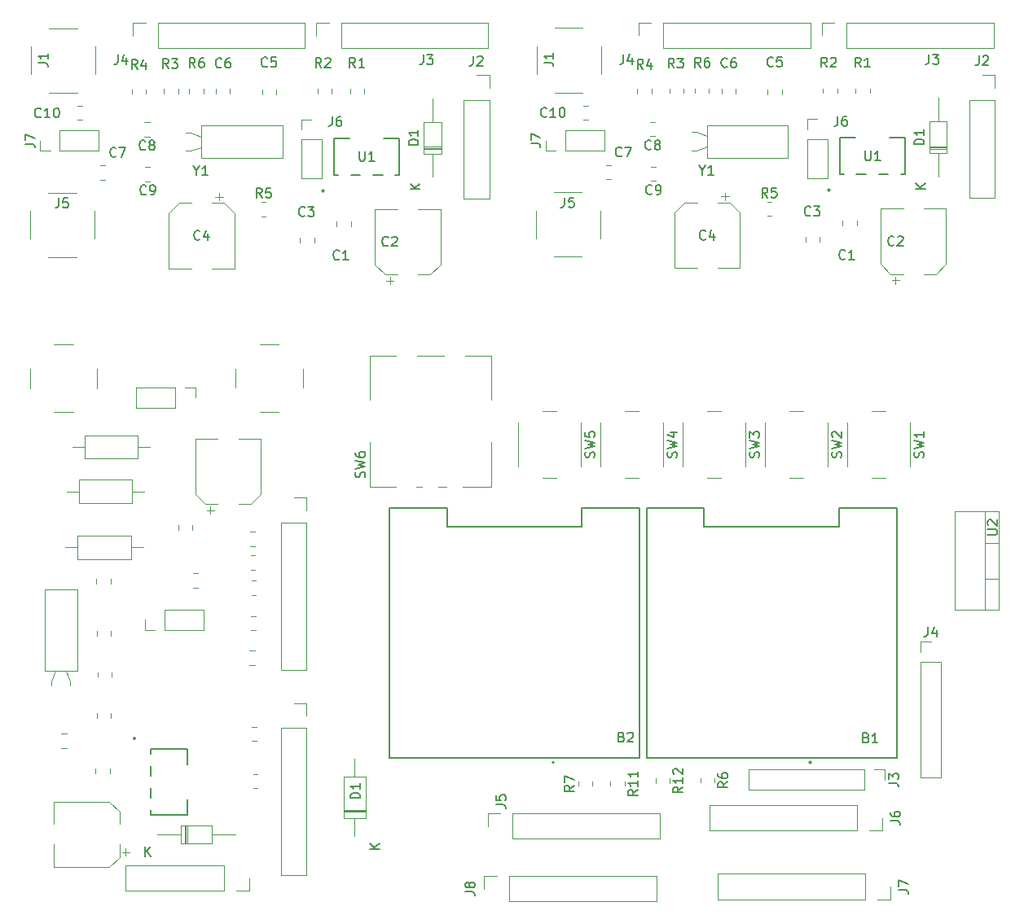
<source format=gbr>
%TF.GenerationSoftware,KiCad,Pcbnew,8.0.4*%
%TF.CreationDate,2025-05-03T00:51:18+05:30*%
%TF.ProjectId,TEST PNAL,54455354-2050-44e4-914c-2e6b69636164,rev?*%
%TF.SameCoordinates,Original*%
%TF.FileFunction,Legend,Top*%
%TF.FilePolarity,Positive*%
%FSLAX46Y46*%
G04 Gerber Fmt 4.6, Leading zero omitted, Abs format (unit mm)*
G04 Created by KiCad (PCBNEW 8.0.4) date 2025-05-03 00:51:18*
%MOMM*%
%LPD*%
G01*
G04 APERTURE LIST*
%ADD10C,0.150000*%
%ADD11C,0.120000*%
%ADD12C,0.152400*%
%ADD13C,0.127000*%
%ADD14C,0.200000*%
G04 APERTURE END LIST*
D10*
X126076666Y-65559819D02*
X126076666Y-66274104D01*
X126076666Y-66274104D02*
X126029047Y-66416961D01*
X126029047Y-66416961D02*
X125933809Y-66512200D01*
X125933809Y-66512200D02*
X125790952Y-66559819D01*
X125790952Y-66559819D02*
X125695714Y-66559819D01*
X126981428Y-65559819D02*
X126790952Y-65559819D01*
X126790952Y-65559819D02*
X126695714Y-65607438D01*
X126695714Y-65607438D02*
X126648095Y-65655057D01*
X126648095Y-65655057D02*
X126552857Y-65797914D01*
X126552857Y-65797914D02*
X126505238Y-65988390D01*
X126505238Y-65988390D02*
X126505238Y-66369342D01*
X126505238Y-66369342D02*
X126552857Y-66464580D01*
X126552857Y-66464580D02*
X126600476Y-66512200D01*
X126600476Y-66512200D02*
X126695714Y-66559819D01*
X126695714Y-66559819D02*
X126886190Y-66559819D01*
X126886190Y-66559819D02*
X126981428Y-66512200D01*
X126981428Y-66512200D02*
X127029047Y-66464580D01*
X127029047Y-66464580D02*
X127076666Y-66369342D01*
X127076666Y-66369342D02*
X127076666Y-66131247D01*
X127076666Y-66131247D02*
X127029047Y-66036009D01*
X127029047Y-66036009D02*
X126981428Y-65988390D01*
X126981428Y-65988390D02*
X126886190Y-65940771D01*
X126886190Y-65940771D02*
X126695714Y-65940771D01*
X126695714Y-65940771D02*
X126600476Y-65988390D01*
X126600476Y-65988390D02*
X126552857Y-66036009D01*
X126552857Y-66036009D02*
X126505238Y-66131247D01*
X114593333Y-60389580D02*
X114545714Y-60437200D01*
X114545714Y-60437200D02*
X114402857Y-60484819D01*
X114402857Y-60484819D02*
X114307619Y-60484819D01*
X114307619Y-60484819D02*
X114164762Y-60437200D01*
X114164762Y-60437200D02*
X114069524Y-60341961D01*
X114069524Y-60341961D02*
X114021905Y-60246723D01*
X114021905Y-60246723D02*
X113974286Y-60056247D01*
X113974286Y-60056247D02*
X113974286Y-59913390D01*
X113974286Y-59913390D02*
X114021905Y-59722914D01*
X114021905Y-59722914D02*
X114069524Y-59627676D01*
X114069524Y-59627676D02*
X114164762Y-59532438D01*
X114164762Y-59532438D02*
X114307619Y-59484819D01*
X114307619Y-59484819D02*
X114402857Y-59484819D01*
X114402857Y-59484819D02*
X114545714Y-59532438D01*
X114545714Y-59532438D02*
X114593333Y-59580057D01*
X115450476Y-59484819D02*
X115260000Y-59484819D01*
X115260000Y-59484819D02*
X115164762Y-59532438D01*
X115164762Y-59532438D02*
X115117143Y-59580057D01*
X115117143Y-59580057D02*
X115021905Y-59722914D01*
X115021905Y-59722914D02*
X114974286Y-59913390D01*
X114974286Y-59913390D02*
X114974286Y-60294342D01*
X114974286Y-60294342D02*
X115021905Y-60389580D01*
X115021905Y-60389580D02*
X115069524Y-60437200D01*
X115069524Y-60437200D02*
X115164762Y-60484819D01*
X115164762Y-60484819D02*
X115355238Y-60484819D01*
X115355238Y-60484819D02*
X115450476Y-60437200D01*
X115450476Y-60437200D02*
X115498095Y-60389580D01*
X115498095Y-60389580D02*
X115545714Y-60294342D01*
X115545714Y-60294342D02*
X115545714Y-60056247D01*
X115545714Y-60056247D02*
X115498095Y-59961009D01*
X115498095Y-59961009D02*
X115450476Y-59913390D01*
X115450476Y-59913390D02*
X115355238Y-59865771D01*
X115355238Y-59865771D02*
X115164762Y-59865771D01*
X115164762Y-59865771D02*
X115069524Y-59913390D01*
X115069524Y-59913390D02*
X115021905Y-59961009D01*
X115021905Y-59961009D02*
X114974286Y-60056247D01*
X131918333Y-78939580D02*
X131870714Y-78987200D01*
X131870714Y-78987200D02*
X131727857Y-79034819D01*
X131727857Y-79034819D02*
X131632619Y-79034819D01*
X131632619Y-79034819D02*
X131489762Y-78987200D01*
X131489762Y-78987200D02*
X131394524Y-78891961D01*
X131394524Y-78891961D02*
X131346905Y-78796723D01*
X131346905Y-78796723D02*
X131299286Y-78606247D01*
X131299286Y-78606247D02*
X131299286Y-78463390D01*
X131299286Y-78463390D02*
X131346905Y-78272914D01*
X131346905Y-78272914D02*
X131394524Y-78177676D01*
X131394524Y-78177676D02*
X131489762Y-78082438D01*
X131489762Y-78082438D02*
X131632619Y-78034819D01*
X131632619Y-78034819D02*
X131727857Y-78034819D01*
X131727857Y-78034819D02*
X131870714Y-78082438D01*
X131870714Y-78082438D02*
X131918333Y-78130057D01*
X132299286Y-78130057D02*
X132346905Y-78082438D01*
X132346905Y-78082438D02*
X132442143Y-78034819D01*
X132442143Y-78034819D02*
X132680238Y-78034819D01*
X132680238Y-78034819D02*
X132775476Y-78082438D01*
X132775476Y-78082438D02*
X132823095Y-78130057D01*
X132823095Y-78130057D02*
X132870714Y-78225295D01*
X132870714Y-78225295D02*
X132870714Y-78320533D01*
X132870714Y-78320533D02*
X132823095Y-78463390D01*
X132823095Y-78463390D02*
X132251667Y-79034819D01*
X132251667Y-79034819D02*
X132870714Y-79034819D01*
X95539819Y-59988333D02*
X96254104Y-59988333D01*
X96254104Y-59988333D02*
X96396961Y-60035952D01*
X96396961Y-60035952D02*
X96492200Y-60131190D01*
X96492200Y-60131190D02*
X96539819Y-60274047D01*
X96539819Y-60274047D02*
X96539819Y-60369285D01*
X96539819Y-58988333D02*
X96539819Y-59559761D01*
X96539819Y-59274047D02*
X95539819Y-59274047D01*
X95539819Y-59274047D02*
X95682676Y-59369285D01*
X95682676Y-59369285D02*
X95777914Y-59464523D01*
X95777914Y-59464523D02*
X95825533Y-59559761D01*
X112343333Y-78314580D02*
X112295714Y-78362200D01*
X112295714Y-78362200D02*
X112152857Y-78409819D01*
X112152857Y-78409819D02*
X112057619Y-78409819D01*
X112057619Y-78409819D02*
X111914762Y-78362200D01*
X111914762Y-78362200D02*
X111819524Y-78266961D01*
X111819524Y-78266961D02*
X111771905Y-78171723D01*
X111771905Y-78171723D02*
X111724286Y-77981247D01*
X111724286Y-77981247D02*
X111724286Y-77838390D01*
X111724286Y-77838390D02*
X111771905Y-77647914D01*
X111771905Y-77647914D02*
X111819524Y-77552676D01*
X111819524Y-77552676D02*
X111914762Y-77457438D01*
X111914762Y-77457438D02*
X112057619Y-77409819D01*
X112057619Y-77409819D02*
X112152857Y-77409819D01*
X112152857Y-77409819D02*
X112295714Y-77457438D01*
X112295714Y-77457438D02*
X112343333Y-77505057D01*
X113200476Y-77743152D02*
X113200476Y-78409819D01*
X112962381Y-77362200D02*
X112724286Y-78076485D01*
X112724286Y-78076485D02*
X113343333Y-78076485D01*
X103630833Y-69664580D02*
X103583214Y-69712200D01*
X103583214Y-69712200D02*
X103440357Y-69759819D01*
X103440357Y-69759819D02*
X103345119Y-69759819D01*
X103345119Y-69759819D02*
X103202262Y-69712200D01*
X103202262Y-69712200D02*
X103107024Y-69616961D01*
X103107024Y-69616961D02*
X103059405Y-69521723D01*
X103059405Y-69521723D02*
X103011786Y-69331247D01*
X103011786Y-69331247D02*
X103011786Y-69188390D01*
X103011786Y-69188390D02*
X103059405Y-68997914D01*
X103059405Y-68997914D02*
X103107024Y-68902676D01*
X103107024Y-68902676D02*
X103202262Y-68807438D01*
X103202262Y-68807438D02*
X103345119Y-68759819D01*
X103345119Y-68759819D02*
X103440357Y-68759819D01*
X103440357Y-68759819D02*
X103583214Y-68807438D01*
X103583214Y-68807438D02*
X103630833Y-68855057D01*
X103964167Y-68759819D02*
X104630833Y-68759819D01*
X104630833Y-68759819D02*
X104202262Y-69759819D01*
X111843333Y-60459819D02*
X111510000Y-59983628D01*
X111271905Y-60459819D02*
X111271905Y-59459819D01*
X111271905Y-59459819D02*
X111652857Y-59459819D01*
X111652857Y-59459819D02*
X111748095Y-59507438D01*
X111748095Y-59507438D02*
X111795714Y-59555057D01*
X111795714Y-59555057D02*
X111843333Y-59650295D01*
X111843333Y-59650295D02*
X111843333Y-59793152D01*
X111843333Y-59793152D02*
X111795714Y-59888390D01*
X111795714Y-59888390D02*
X111748095Y-59936009D01*
X111748095Y-59936009D02*
X111652857Y-59983628D01*
X111652857Y-59983628D02*
X111271905Y-59983628D01*
X112700476Y-59459819D02*
X112510000Y-59459819D01*
X112510000Y-59459819D02*
X112414762Y-59507438D01*
X112414762Y-59507438D02*
X112367143Y-59555057D01*
X112367143Y-59555057D02*
X112271905Y-59697914D01*
X112271905Y-59697914D02*
X112224286Y-59888390D01*
X112224286Y-59888390D02*
X112224286Y-60269342D01*
X112224286Y-60269342D02*
X112271905Y-60364580D01*
X112271905Y-60364580D02*
X112319524Y-60412200D01*
X112319524Y-60412200D02*
X112414762Y-60459819D01*
X112414762Y-60459819D02*
X112605238Y-60459819D01*
X112605238Y-60459819D02*
X112700476Y-60412200D01*
X112700476Y-60412200D02*
X112748095Y-60364580D01*
X112748095Y-60364580D02*
X112795714Y-60269342D01*
X112795714Y-60269342D02*
X112795714Y-60031247D01*
X112795714Y-60031247D02*
X112748095Y-59936009D01*
X112748095Y-59936009D02*
X112700476Y-59888390D01*
X112700476Y-59888390D02*
X112605238Y-59840771D01*
X112605238Y-59840771D02*
X112414762Y-59840771D01*
X112414762Y-59840771D02*
X112319524Y-59888390D01*
X112319524Y-59888390D02*
X112271905Y-59936009D01*
X112271905Y-59936009D02*
X112224286Y-60031247D01*
X106680833Y-68944580D02*
X106633214Y-68992200D01*
X106633214Y-68992200D02*
X106490357Y-69039819D01*
X106490357Y-69039819D02*
X106395119Y-69039819D01*
X106395119Y-69039819D02*
X106252262Y-68992200D01*
X106252262Y-68992200D02*
X106157024Y-68896961D01*
X106157024Y-68896961D02*
X106109405Y-68801723D01*
X106109405Y-68801723D02*
X106061786Y-68611247D01*
X106061786Y-68611247D02*
X106061786Y-68468390D01*
X106061786Y-68468390D02*
X106109405Y-68277914D01*
X106109405Y-68277914D02*
X106157024Y-68182676D01*
X106157024Y-68182676D02*
X106252262Y-68087438D01*
X106252262Y-68087438D02*
X106395119Y-68039819D01*
X106395119Y-68039819D02*
X106490357Y-68039819D01*
X106490357Y-68039819D02*
X106633214Y-68087438D01*
X106633214Y-68087438D02*
X106680833Y-68135057D01*
X107252262Y-68468390D02*
X107157024Y-68420771D01*
X107157024Y-68420771D02*
X107109405Y-68373152D01*
X107109405Y-68373152D02*
X107061786Y-68277914D01*
X107061786Y-68277914D02*
X107061786Y-68230295D01*
X107061786Y-68230295D02*
X107109405Y-68135057D01*
X107109405Y-68135057D02*
X107157024Y-68087438D01*
X107157024Y-68087438D02*
X107252262Y-68039819D01*
X107252262Y-68039819D02*
X107442738Y-68039819D01*
X107442738Y-68039819D02*
X107537976Y-68087438D01*
X107537976Y-68087438D02*
X107585595Y-68135057D01*
X107585595Y-68135057D02*
X107633214Y-68230295D01*
X107633214Y-68230295D02*
X107633214Y-68277914D01*
X107633214Y-68277914D02*
X107585595Y-68373152D01*
X107585595Y-68373152D02*
X107537976Y-68420771D01*
X107537976Y-68420771D02*
X107442738Y-68468390D01*
X107442738Y-68468390D02*
X107252262Y-68468390D01*
X107252262Y-68468390D02*
X107157024Y-68516009D01*
X107157024Y-68516009D02*
X107109405Y-68563628D01*
X107109405Y-68563628D02*
X107061786Y-68658866D01*
X107061786Y-68658866D02*
X107061786Y-68849342D01*
X107061786Y-68849342D02*
X107109405Y-68944580D01*
X107109405Y-68944580D02*
X107157024Y-68992200D01*
X107157024Y-68992200D02*
X107252262Y-69039819D01*
X107252262Y-69039819D02*
X107442738Y-69039819D01*
X107442738Y-69039819D02*
X107537976Y-68992200D01*
X107537976Y-68992200D02*
X107585595Y-68944580D01*
X107585595Y-68944580D02*
X107633214Y-68849342D01*
X107633214Y-68849342D02*
X107633214Y-68658866D01*
X107633214Y-68658866D02*
X107585595Y-68563628D01*
X107585595Y-68563628D02*
X107537976Y-68516009D01*
X107537976Y-68516009D02*
X107442738Y-68468390D01*
X95817142Y-65564580D02*
X95769523Y-65612200D01*
X95769523Y-65612200D02*
X95626666Y-65659819D01*
X95626666Y-65659819D02*
X95531428Y-65659819D01*
X95531428Y-65659819D02*
X95388571Y-65612200D01*
X95388571Y-65612200D02*
X95293333Y-65516961D01*
X95293333Y-65516961D02*
X95245714Y-65421723D01*
X95245714Y-65421723D02*
X95198095Y-65231247D01*
X95198095Y-65231247D02*
X95198095Y-65088390D01*
X95198095Y-65088390D02*
X95245714Y-64897914D01*
X95245714Y-64897914D02*
X95293333Y-64802676D01*
X95293333Y-64802676D02*
X95388571Y-64707438D01*
X95388571Y-64707438D02*
X95531428Y-64659819D01*
X95531428Y-64659819D02*
X95626666Y-64659819D01*
X95626666Y-64659819D02*
X95769523Y-64707438D01*
X95769523Y-64707438D02*
X95817142Y-64755057D01*
X96769523Y-65659819D02*
X96198095Y-65659819D01*
X96483809Y-65659819D02*
X96483809Y-64659819D01*
X96483809Y-64659819D02*
X96388571Y-64802676D01*
X96388571Y-64802676D02*
X96293333Y-64897914D01*
X96293333Y-64897914D02*
X96198095Y-64945533D01*
X97388571Y-64659819D02*
X97483809Y-64659819D01*
X97483809Y-64659819D02*
X97579047Y-64707438D01*
X97579047Y-64707438D02*
X97626666Y-64755057D01*
X97626666Y-64755057D02*
X97674285Y-64850295D01*
X97674285Y-64850295D02*
X97721904Y-65040771D01*
X97721904Y-65040771D02*
X97721904Y-65278866D01*
X97721904Y-65278866D02*
X97674285Y-65469342D01*
X97674285Y-65469342D02*
X97626666Y-65564580D01*
X97626666Y-65564580D02*
X97579047Y-65612200D01*
X97579047Y-65612200D02*
X97483809Y-65659819D01*
X97483809Y-65659819D02*
X97388571Y-65659819D01*
X97388571Y-65659819D02*
X97293333Y-65612200D01*
X97293333Y-65612200D02*
X97245714Y-65564580D01*
X97245714Y-65564580D02*
X97198095Y-65469342D01*
X97198095Y-65469342D02*
X97150476Y-65278866D01*
X97150476Y-65278866D02*
X97150476Y-65040771D01*
X97150476Y-65040771D02*
X97198095Y-64850295D01*
X97198095Y-64850295D02*
X97245714Y-64755057D01*
X97245714Y-64755057D02*
X97293333Y-64707438D01*
X97293333Y-64707438D02*
X97388571Y-64659819D01*
X123243333Y-75839580D02*
X123195714Y-75887200D01*
X123195714Y-75887200D02*
X123052857Y-75934819D01*
X123052857Y-75934819D02*
X122957619Y-75934819D01*
X122957619Y-75934819D02*
X122814762Y-75887200D01*
X122814762Y-75887200D02*
X122719524Y-75791961D01*
X122719524Y-75791961D02*
X122671905Y-75696723D01*
X122671905Y-75696723D02*
X122624286Y-75506247D01*
X122624286Y-75506247D02*
X122624286Y-75363390D01*
X122624286Y-75363390D02*
X122671905Y-75172914D01*
X122671905Y-75172914D02*
X122719524Y-75077676D01*
X122719524Y-75077676D02*
X122814762Y-74982438D01*
X122814762Y-74982438D02*
X122957619Y-74934819D01*
X122957619Y-74934819D02*
X123052857Y-74934819D01*
X123052857Y-74934819D02*
X123195714Y-74982438D01*
X123195714Y-74982438D02*
X123243333Y-75030057D01*
X123576667Y-74934819D02*
X124195714Y-74934819D01*
X124195714Y-74934819D02*
X123862381Y-75315771D01*
X123862381Y-75315771D02*
X124005238Y-75315771D01*
X124005238Y-75315771D02*
X124100476Y-75363390D01*
X124100476Y-75363390D02*
X124148095Y-75411009D01*
X124148095Y-75411009D02*
X124195714Y-75506247D01*
X124195714Y-75506247D02*
X124195714Y-75744342D01*
X124195714Y-75744342D02*
X124148095Y-75839580D01*
X124148095Y-75839580D02*
X124100476Y-75887200D01*
X124100476Y-75887200D02*
X124005238Y-75934819D01*
X124005238Y-75934819D02*
X123719524Y-75934819D01*
X123719524Y-75934819D02*
X123624286Y-75887200D01*
X123624286Y-75887200D02*
X123576667Y-75839580D01*
X140751666Y-59264819D02*
X140751666Y-59979104D01*
X140751666Y-59979104D02*
X140704047Y-60121961D01*
X140704047Y-60121961D02*
X140608809Y-60217200D01*
X140608809Y-60217200D02*
X140465952Y-60264819D01*
X140465952Y-60264819D02*
X140370714Y-60264819D01*
X141180238Y-59360057D02*
X141227857Y-59312438D01*
X141227857Y-59312438D02*
X141323095Y-59264819D01*
X141323095Y-59264819D02*
X141561190Y-59264819D01*
X141561190Y-59264819D02*
X141656428Y-59312438D01*
X141656428Y-59312438D02*
X141704047Y-59360057D01*
X141704047Y-59360057D02*
X141751666Y-59455295D01*
X141751666Y-59455295D02*
X141751666Y-59550533D01*
X141751666Y-59550533D02*
X141704047Y-59693390D01*
X141704047Y-59693390D02*
X141132619Y-60264819D01*
X141132619Y-60264819D02*
X141751666Y-60264819D01*
X105843333Y-60634819D02*
X105510000Y-60158628D01*
X105271905Y-60634819D02*
X105271905Y-59634819D01*
X105271905Y-59634819D02*
X105652857Y-59634819D01*
X105652857Y-59634819D02*
X105748095Y-59682438D01*
X105748095Y-59682438D02*
X105795714Y-59730057D01*
X105795714Y-59730057D02*
X105843333Y-59825295D01*
X105843333Y-59825295D02*
X105843333Y-59968152D01*
X105843333Y-59968152D02*
X105795714Y-60063390D01*
X105795714Y-60063390D02*
X105748095Y-60111009D01*
X105748095Y-60111009D02*
X105652857Y-60158628D01*
X105652857Y-60158628D02*
X105271905Y-60158628D01*
X106700476Y-59968152D02*
X106700476Y-60634819D01*
X106462381Y-59587200D02*
X106224286Y-60301485D01*
X106224286Y-60301485D02*
X106843333Y-60301485D01*
X126838333Y-80359580D02*
X126790714Y-80407200D01*
X126790714Y-80407200D02*
X126647857Y-80454819D01*
X126647857Y-80454819D02*
X126552619Y-80454819D01*
X126552619Y-80454819D02*
X126409762Y-80407200D01*
X126409762Y-80407200D02*
X126314524Y-80311961D01*
X126314524Y-80311961D02*
X126266905Y-80216723D01*
X126266905Y-80216723D02*
X126219286Y-80026247D01*
X126219286Y-80026247D02*
X126219286Y-79883390D01*
X126219286Y-79883390D02*
X126266905Y-79692914D01*
X126266905Y-79692914D02*
X126314524Y-79597676D01*
X126314524Y-79597676D02*
X126409762Y-79502438D01*
X126409762Y-79502438D02*
X126552619Y-79454819D01*
X126552619Y-79454819D02*
X126647857Y-79454819D01*
X126647857Y-79454819D02*
X126790714Y-79502438D01*
X126790714Y-79502438D02*
X126838333Y-79550057D01*
X127790714Y-80454819D02*
X127219286Y-80454819D01*
X127505000Y-80454819D02*
X127505000Y-79454819D01*
X127505000Y-79454819D02*
X127409762Y-79597676D01*
X127409762Y-79597676D02*
X127314524Y-79692914D01*
X127314524Y-79692914D02*
X127219286Y-79740533D01*
X109068333Y-60534819D02*
X108735000Y-60058628D01*
X108496905Y-60534819D02*
X108496905Y-59534819D01*
X108496905Y-59534819D02*
X108877857Y-59534819D01*
X108877857Y-59534819D02*
X108973095Y-59582438D01*
X108973095Y-59582438D02*
X109020714Y-59630057D01*
X109020714Y-59630057D02*
X109068333Y-59725295D01*
X109068333Y-59725295D02*
X109068333Y-59868152D01*
X109068333Y-59868152D02*
X109020714Y-59963390D01*
X109020714Y-59963390D02*
X108973095Y-60011009D01*
X108973095Y-60011009D02*
X108877857Y-60058628D01*
X108877857Y-60058628D02*
X108496905Y-60058628D01*
X109401667Y-59534819D02*
X110020714Y-59534819D01*
X110020714Y-59534819D02*
X109687381Y-59915771D01*
X109687381Y-59915771D02*
X109830238Y-59915771D01*
X109830238Y-59915771D02*
X109925476Y-59963390D01*
X109925476Y-59963390D02*
X109973095Y-60011009D01*
X109973095Y-60011009D02*
X110020714Y-60106247D01*
X110020714Y-60106247D02*
X110020714Y-60344342D01*
X110020714Y-60344342D02*
X109973095Y-60439580D01*
X109973095Y-60439580D02*
X109925476Y-60487200D01*
X109925476Y-60487200D02*
X109830238Y-60534819D01*
X109830238Y-60534819D02*
X109544524Y-60534819D01*
X109544524Y-60534819D02*
X109449286Y-60487200D01*
X109449286Y-60487200D02*
X109401667Y-60439580D01*
X106755833Y-73594580D02*
X106708214Y-73642200D01*
X106708214Y-73642200D02*
X106565357Y-73689819D01*
X106565357Y-73689819D02*
X106470119Y-73689819D01*
X106470119Y-73689819D02*
X106327262Y-73642200D01*
X106327262Y-73642200D02*
X106232024Y-73546961D01*
X106232024Y-73546961D02*
X106184405Y-73451723D01*
X106184405Y-73451723D02*
X106136786Y-73261247D01*
X106136786Y-73261247D02*
X106136786Y-73118390D01*
X106136786Y-73118390D02*
X106184405Y-72927914D01*
X106184405Y-72927914D02*
X106232024Y-72832676D01*
X106232024Y-72832676D02*
X106327262Y-72737438D01*
X106327262Y-72737438D02*
X106470119Y-72689819D01*
X106470119Y-72689819D02*
X106565357Y-72689819D01*
X106565357Y-72689819D02*
X106708214Y-72737438D01*
X106708214Y-72737438D02*
X106755833Y-72785057D01*
X107232024Y-73689819D02*
X107422500Y-73689819D01*
X107422500Y-73689819D02*
X107517738Y-73642200D01*
X107517738Y-73642200D02*
X107565357Y-73594580D01*
X107565357Y-73594580D02*
X107660595Y-73451723D01*
X107660595Y-73451723D02*
X107708214Y-73261247D01*
X107708214Y-73261247D02*
X107708214Y-72880295D01*
X107708214Y-72880295D02*
X107660595Y-72785057D01*
X107660595Y-72785057D02*
X107612976Y-72737438D01*
X107612976Y-72737438D02*
X107517738Y-72689819D01*
X107517738Y-72689819D02*
X107327262Y-72689819D01*
X107327262Y-72689819D02*
X107232024Y-72737438D01*
X107232024Y-72737438D02*
X107184405Y-72785057D01*
X107184405Y-72785057D02*
X107136786Y-72880295D01*
X107136786Y-72880295D02*
X107136786Y-73118390D01*
X107136786Y-73118390D02*
X107184405Y-73213628D01*
X107184405Y-73213628D02*
X107232024Y-73261247D01*
X107232024Y-73261247D02*
X107327262Y-73308866D01*
X107327262Y-73308866D02*
X107517738Y-73308866D01*
X107517738Y-73308866D02*
X107612976Y-73261247D01*
X107612976Y-73261247D02*
X107660595Y-73213628D01*
X107660595Y-73213628D02*
X107708214Y-73118390D01*
X103811666Y-59134819D02*
X103811666Y-59849104D01*
X103811666Y-59849104D02*
X103764047Y-59991961D01*
X103764047Y-59991961D02*
X103668809Y-60087200D01*
X103668809Y-60087200D02*
X103525952Y-60134819D01*
X103525952Y-60134819D02*
X103430714Y-60134819D01*
X104716428Y-59468152D02*
X104716428Y-60134819D01*
X104478333Y-59087200D02*
X104240238Y-59801485D01*
X104240238Y-59801485D02*
X104859285Y-59801485D01*
X124968333Y-60444819D02*
X124635000Y-59968628D01*
X124396905Y-60444819D02*
X124396905Y-59444819D01*
X124396905Y-59444819D02*
X124777857Y-59444819D01*
X124777857Y-59444819D02*
X124873095Y-59492438D01*
X124873095Y-59492438D02*
X124920714Y-59540057D01*
X124920714Y-59540057D02*
X124968333Y-59635295D01*
X124968333Y-59635295D02*
X124968333Y-59778152D01*
X124968333Y-59778152D02*
X124920714Y-59873390D01*
X124920714Y-59873390D02*
X124873095Y-59921009D01*
X124873095Y-59921009D02*
X124777857Y-59968628D01*
X124777857Y-59968628D02*
X124396905Y-59968628D01*
X125349286Y-59540057D02*
X125396905Y-59492438D01*
X125396905Y-59492438D02*
X125492143Y-59444819D01*
X125492143Y-59444819D02*
X125730238Y-59444819D01*
X125730238Y-59444819D02*
X125825476Y-59492438D01*
X125825476Y-59492438D02*
X125873095Y-59540057D01*
X125873095Y-59540057D02*
X125920714Y-59635295D01*
X125920714Y-59635295D02*
X125920714Y-59730533D01*
X125920714Y-59730533D02*
X125873095Y-59873390D01*
X125873095Y-59873390D02*
X125301667Y-60444819D01*
X125301667Y-60444819D02*
X125920714Y-60444819D01*
X135561666Y-59134819D02*
X135561666Y-59849104D01*
X135561666Y-59849104D02*
X135514047Y-59991961D01*
X135514047Y-59991961D02*
X135418809Y-60087200D01*
X135418809Y-60087200D02*
X135275952Y-60134819D01*
X135275952Y-60134819D02*
X135180714Y-60134819D01*
X135942619Y-59134819D02*
X136561666Y-59134819D01*
X136561666Y-59134819D02*
X136228333Y-59515771D01*
X136228333Y-59515771D02*
X136371190Y-59515771D01*
X136371190Y-59515771D02*
X136466428Y-59563390D01*
X136466428Y-59563390D02*
X136514047Y-59611009D01*
X136514047Y-59611009D02*
X136561666Y-59706247D01*
X136561666Y-59706247D02*
X136561666Y-59944342D01*
X136561666Y-59944342D02*
X136514047Y-60039580D01*
X136514047Y-60039580D02*
X136466428Y-60087200D01*
X136466428Y-60087200D02*
X136371190Y-60134819D01*
X136371190Y-60134819D02*
X136085476Y-60134819D01*
X136085476Y-60134819D02*
X135990238Y-60087200D01*
X135990238Y-60087200D02*
X135942619Y-60039580D01*
X128923095Y-69159819D02*
X128923095Y-69969342D01*
X128923095Y-69969342D02*
X128970714Y-70064580D01*
X128970714Y-70064580D02*
X129018333Y-70112200D01*
X129018333Y-70112200D02*
X129113571Y-70159819D01*
X129113571Y-70159819D02*
X129304047Y-70159819D01*
X129304047Y-70159819D02*
X129399285Y-70112200D01*
X129399285Y-70112200D02*
X129446904Y-70064580D01*
X129446904Y-70064580D02*
X129494523Y-69969342D01*
X129494523Y-69969342D02*
X129494523Y-69159819D01*
X130494523Y-70159819D02*
X129923095Y-70159819D01*
X130208809Y-70159819D02*
X130208809Y-69159819D01*
X130208809Y-69159819D02*
X130113571Y-69302676D01*
X130113571Y-69302676D02*
X130018333Y-69397914D01*
X130018333Y-69397914D02*
X129923095Y-69445533D01*
X94179819Y-68413333D02*
X94894104Y-68413333D01*
X94894104Y-68413333D02*
X95036961Y-68460952D01*
X95036961Y-68460952D02*
X95132200Y-68556190D01*
X95132200Y-68556190D02*
X95179819Y-68699047D01*
X95179819Y-68699047D02*
X95179819Y-68794285D01*
X94179819Y-68032380D02*
X94179819Y-67365714D01*
X94179819Y-67365714D02*
X95179819Y-67794285D01*
X111983809Y-71178628D02*
X111983809Y-71654819D01*
X111650476Y-70654819D02*
X111983809Y-71178628D01*
X111983809Y-71178628D02*
X112317142Y-70654819D01*
X113174285Y-71654819D02*
X112602857Y-71654819D01*
X112888571Y-71654819D02*
X112888571Y-70654819D01*
X112888571Y-70654819D02*
X112793333Y-70797676D01*
X112793333Y-70797676D02*
X112698095Y-70892914D01*
X112698095Y-70892914D02*
X112602857Y-70940533D01*
X118793333Y-74009819D02*
X118460000Y-73533628D01*
X118221905Y-74009819D02*
X118221905Y-73009819D01*
X118221905Y-73009819D02*
X118602857Y-73009819D01*
X118602857Y-73009819D02*
X118698095Y-73057438D01*
X118698095Y-73057438D02*
X118745714Y-73105057D01*
X118745714Y-73105057D02*
X118793333Y-73200295D01*
X118793333Y-73200295D02*
X118793333Y-73343152D01*
X118793333Y-73343152D02*
X118745714Y-73438390D01*
X118745714Y-73438390D02*
X118698095Y-73486009D01*
X118698095Y-73486009D02*
X118602857Y-73533628D01*
X118602857Y-73533628D02*
X118221905Y-73533628D01*
X119698095Y-73009819D02*
X119221905Y-73009819D01*
X119221905Y-73009819D02*
X119174286Y-73486009D01*
X119174286Y-73486009D02*
X119221905Y-73438390D01*
X119221905Y-73438390D02*
X119317143Y-73390771D01*
X119317143Y-73390771D02*
X119555238Y-73390771D01*
X119555238Y-73390771D02*
X119650476Y-73438390D01*
X119650476Y-73438390D02*
X119698095Y-73486009D01*
X119698095Y-73486009D02*
X119745714Y-73581247D01*
X119745714Y-73581247D02*
X119745714Y-73819342D01*
X119745714Y-73819342D02*
X119698095Y-73914580D01*
X119698095Y-73914580D02*
X119650476Y-73962200D01*
X119650476Y-73962200D02*
X119555238Y-74009819D01*
X119555238Y-74009819D02*
X119317143Y-74009819D01*
X119317143Y-74009819D02*
X119221905Y-73962200D01*
X119221905Y-73962200D02*
X119174286Y-73914580D01*
X135044819Y-68498094D02*
X134044819Y-68498094D01*
X134044819Y-68498094D02*
X134044819Y-68259999D01*
X134044819Y-68259999D02*
X134092438Y-68117142D01*
X134092438Y-68117142D02*
X134187676Y-68021904D01*
X134187676Y-68021904D02*
X134282914Y-67974285D01*
X134282914Y-67974285D02*
X134473390Y-67926666D01*
X134473390Y-67926666D02*
X134616247Y-67926666D01*
X134616247Y-67926666D02*
X134806723Y-67974285D01*
X134806723Y-67974285D02*
X134901961Y-68021904D01*
X134901961Y-68021904D02*
X134997200Y-68117142D01*
X134997200Y-68117142D02*
X135044819Y-68259999D01*
X135044819Y-68259999D02*
X135044819Y-68498094D01*
X135044819Y-66974285D02*
X135044819Y-67545713D01*
X135044819Y-67259999D02*
X134044819Y-67259999D01*
X134044819Y-67259999D02*
X134187676Y-67355237D01*
X134187676Y-67355237D02*
X134282914Y-67450475D01*
X134282914Y-67450475D02*
X134330533Y-67545713D01*
X135214819Y-73101904D02*
X134214819Y-73101904D01*
X135214819Y-72530476D02*
X134643390Y-72959047D01*
X134214819Y-72530476D02*
X134786247Y-73101904D01*
X97676666Y-74034819D02*
X97676666Y-74749104D01*
X97676666Y-74749104D02*
X97629047Y-74891961D01*
X97629047Y-74891961D02*
X97533809Y-74987200D01*
X97533809Y-74987200D02*
X97390952Y-75034819D01*
X97390952Y-75034819D02*
X97295714Y-75034819D01*
X98629047Y-74034819D02*
X98152857Y-74034819D01*
X98152857Y-74034819D02*
X98105238Y-74511009D01*
X98105238Y-74511009D02*
X98152857Y-74463390D01*
X98152857Y-74463390D02*
X98248095Y-74415771D01*
X98248095Y-74415771D02*
X98486190Y-74415771D01*
X98486190Y-74415771D02*
X98581428Y-74463390D01*
X98581428Y-74463390D02*
X98629047Y-74511009D01*
X98629047Y-74511009D02*
X98676666Y-74606247D01*
X98676666Y-74606247D02*
X98676666Y-74844342D01*
X98676666Y-74844342D02*
X98629047Y-74939580D01*
X98629047Y-74939580D02*
X98581428Y-74987200D01*
X98581428Y-74987200D02*
X98486190Y-75034819D01*
X98486190Y-75034819D02*
X98248095Y-75034819D01*
X98248095Y-75034819D02*
X98152857Y-74987200D01*
X98152857Y-74987200D02*
X98105238Y-74939580D01*
X119348333Y-60299580D02*
X119300714Y-60347200D01*
X119300714Y-60347200D02*
X119157857Y-60394819D01*
X119157857Y-60394819D02*
X119062619Y-60394819D01*
X119062619Y-60394819D02*
X118919762Y-60347200D01*
X118919762Y-60347200D02*
X118824524Y-60251961D01*
X118824524Y-60251961D02*
X118776905Y-60156723D01*
X118776905Y-60156723D02*
X118729286Y-59966247D01*
X118729286Y-59966247D02*
X118729286Y-59823390D01*
X118729286Y-59823390D02*
X118776905Y-59632914D01*
X118776905Y-59632914D02*
X118824524Y-59537676D01*
X118824524Y-59537676D02*
X118919762Y-59442438D01*
X118919762Y-59442438D02*
X119062619Y-59394819D01*
X119062619Y-59394819D02*
X119157857Y-59394819D01*
X119157857Y-59394819D02*
X119300714Y-59442438D01*
X119300714Y-59442438D02*
X119348333Y-59490057D01*
X120253095Y-59394819D02*
X119776905Y-59394819D01*
X119776905Y-59394819D02*
X119729286Y-59871009D01*
X119729286Y-59871009D02*
X119776905Y-59823390D01*
X119776905Y-59823390D02*
X119872143Y-59775771D01*
X119872143Y-59775771D02*
X120110238Y-59775771D01*
X120110238Y-59775771D02*
X120205476Y-59823390D01*
X120205476Y-59823390D02*
X120253095Y-59871009D01*
X120253095Y-59871009D02*
X120300714Y-59966247D01*
X120300714Y-59966247D02*
X120300714Y-60204342D01*
X120300714Y-60204342D02*
X120253095Y-60299580D01*
X120253095Y-60299580D02*
X120205476Y-60347200D01*
X120205476Y-60347200D02*
X120110238Y-60394819D01*
X120110238Y-60394819D02*
X119872143Y-60394819D01*
X119872143Y-60394819D02*
X119776905Y-60347200D01*
X119776905Y-60347200D02*
X119729286Y-60299580D01*
X128488333Y-60444819D02*
X128155000Y-59968628D01*
X127916905Y-60444819D02*
X127916905Y-59444819D01*
X127916905Y-59444819D02*
X128297857Y-59444819D01*
X128297857Y-59444819D02*
X128393095Y-59492438D01*
X128393095Y-59492438D02*
X128440714Y-59540057D01*
X128440714Y-59540057D02*
X128488333Y-59635295D01*
X128488333Y-59635295D02*
X128488333Y-59778152D01*
X128488333Y-59778152D02*
X128440714Y-59873390D01*
X128440714Y-59873390D02*
X128393095Y-59921009D01*
X128393095Y-59921009D02*
X128297857Y-59968628D01*
X128297857Y-59968628D02*
X127916905Y-59968628D01*
X129440714Y-60444819D02*
X128869286Y-60444819D01*
X129155000Y-60444819D02*
X129155000Y-59444819D01*
X129155000Y-59444819D02*
X129059762Y-59587676D01*
X129059762Y-59587676D02*
X128964524Y-59682914D01*
X128964524Y-59682914D02*
X128869286Y-59730533D01*
X135441666Y-118684819D02*
X135441666Y-119399104D01*
X135441666Y-119399104D02*
X135394047Y-119541961D01*
X135394047Y-119541961D02*
X135298809Y-119637200D01*
X135298809Y-119637200D02*
X135155952Y-119684819D01*
X135155952Y-119684819D02*
X135060714Y-119684819D01*
X136346428Y-119018152D02*
X136346428Y-119684819D01*
X136108333Y-118637200D02*
X135870238Y-119351485D01*
X135870238Y-119351485D02*
X136489285Y-119351485D01*
X141656019Y-109097904D02*
X142465542Y-109097904D01*
X142465542Y-109097904D02*
X142560780Y-109050285D01*
X142560780Y-109050285D02*
X142608400Y-109002666D01*
X142608400Y-109002666D02*
X142656019Y-108907428D01*
X142656019Y-108907428D02*
X142656019Y-108716952D01*
X142656019Y-108716952D02*
X142608400Y-108621714D01*
X142608400Y-108621714D02*
X142560780Y-108574095D01*
X142560780Y-108574095D02*
X142465542Y-108526476D01*
X142465542Y-108526476D02*
X141656019Y-108526476D01*
X141751257Y-108097904D02*
X141703638Y-108050285D01*
X141703638Y-108050285D02*
X141656019Y-107955047D01*
X141656019Y-107955047D02*
X141656019Y-107716952D01*
X141656019Y-107716952D02*
X141703638Y-107621714D01*
X141703638Y-107621714D02*
X141751257Y-107574095D01*
X141751257Y-107574095D02*
X141846495Y-107526476D01*
X141846495Y-107526476D02*
X141941733Y-107526476D01*
X141941733Y-107526476D02*
X142084590Y-107574095D01*
X142084590Y-107574095D02*
X142656019Y-108145523D01*
X142656019Y-108145523D02*
X142656019Y-107526476D01*
X109322200Y-101033332D02*
X109369819Y-100890475D01*
X109369819Y-100890475D02*
X109369819Y-100652380D01*
X109369819Y-100652380D02*
X109322200Y-100557142D01*
X109322200Y-100557142D02*
X109274580Y-100509523D01*
X109274580Y-100509523D02*
X109179342Y-100461904D01*
X109179342Y-100461904D02*
X109084104Y-100461904D01*
X109084104Y-100461904D02*
X108988866Y-100509523D01*
X108988866Y-100509523D02*
X108941247Y-100557142D01*
X108941247Y-100557142D02*
X108893628Y-100652380D01*
X108893628Y-100652380D02*
X108846009Y-100842856D01*
X108846009Y-100842856D02*
X108798390Y-100938094D01*
X108798390Y-100938094D02*
X108750771Y-100985713D01*
X108750771Y-100985713D02*
X108655533Y-101033332D01*
X108655533Y-101033332D02*
X108560295Y-101033332D01*
X108560295Y-101033332D02*
X108465057Y-100985713D01*
X108465057Y-100985713D02*
X108417438Y-100938094D01*
X108417438Y-100938094D02*
X108369819Y-100842856D01*
X108369819Y-100842856D02*
X108369819Y-100604761D01*
X108369819Y-100604761D02*
X108417438Y-100461904D01*
X108369819Y-100128570D02*
X109369819Y-99890475D01*
X109369819Y-99890475D02*
X108655533Y-99699999D01*
X108655533Y-99699999D02*
X109369819Y-99509523D01*
X109369819Y-99509523D02*
X108369819Y-99271428D01*
X108703152Y-98461904D02*
X109369819Y-98461904D01*
X108322200Y-98699999D02*
X109036485Y-98938094D01*
X109036485Y-98938094D02*
X109036485Y-98319047D01*
X126422200Y-101033332D02*
X126469819Y-100890475D01*
X126469819Y-100890475D02*
X126469819Y-100652380D01*
X126469819Y-100652380D02*
X126422200Y-100557142D01*
X126422200Y-100557142D02*
X126374580Y-100509523D01*
X126374580Y-100509523D02*
X126279342Y-100461904D01*
X126279342Y-100461904D02*
X126184104Y-100461904D01*
X126184104Y-100461904D02*
X126088866Y-100509523D01*
X126088866Y-100509523D02*
X126041247Y-100557142D01*
X126041247Y-100557142D02*
X125993628Y-100652380D01*
X125993628Y-100652380D02*
X125946009Y-100842856D01*
X125946009Y-100842856D02*
X125898390Y-100938094D01*
X125898390Y-100938094D02*
X125850771Y-100985713D01*
X125850771Y-100985713D02*
X125755533Y-101033332D01*
X125755533Y-101033332D02*
X125660295Y-101033332D01*
X125660295Y-101033332D02*
X125565057Y-100985713D01*
X125565057Y-100985713D02*
X125517438Y-100938094D01*
X125517438Y-100938094D02*
X125469819Y-100842856D01*
X125469819Y-100842856D02*
X125469819Y-100604761D01*
X125469819Y-100604761D02*
X125517438Y-100461904D01*
X125469819Y-100128570D02*
X126469819Y-99890475D01*
X126469819Y-99890475D02*
X125755533Y-99699999D01*
X125755533Y-99699999D02*
X126469819Y-99509523D01*
X126469819Y-99509523D02*
X125469819Y-99271428D01*
X125565057Y-98938094D02*
X125517438Y-98890475D01*
X125517438Y-98890475D02*
X125469819Y-98795237D01*
X125469819Y-98795237D02*
X125469819Y-98557142D01*
X125469819Y-98557142D02*
X125517438Y-98461904D01*
X125517438Y-98461904D02*
X125565057Y-98414285D01*
X125565057Y-98414285D02*
X125660295Y-98366666D01*
X125660295Y-98366666D02*
X125755533Y-98366666D01*
X125755533Y-98366666D02*
X125898390Y-98414285D01*
X125898390Y-98414285D02*
X126469819Y-98985713D01*
X126469819Y-98985713D02*
X126469819Y-98366666D01*
X134972200Y-101033332D02*
X135019819Y-100890475D01*
X135019819Y-100890475D02*
X135019819Y-100652380D01*
X135019819Y-100652380D02*
X134972200Y-100557142D01*
X134972200Y-100557142D02*
X134924580Y-100509523D01*
X134924580Y-100509523D02*
X134829342Y-100461904D01*
X134829342Y-100461904D02*
X134734104Y-100461904D01*
X134734104Y-100461904D02*
X134638866Y-100509523D01*
X134638866Y-100509523D02*
X134591247Y-100557142D01*
X134591247Y-100557142D02*
X134543628Y-100652380D01*
X134543628Y-100652380D02*
X134496009Y-100842856D01*
X134496009Y-100842856D02*
X134448390Y-100938094D01*
X134448390Y-100938094D02*
X134400771Y-100985713D01*
X134400771Y-100985713D02*
X134305533Y-101033332D01*
X134305533Y-101033332D02*
X134210295Y-101033332D01*
X134210295Y-101033332D02*
X134115057Y-100985713D01*
X134115057Y-100985713D02*
X134067438Y-100938094D01*
X134067438Y-100938094D02*
X134019819Y-100842856D01*
X134019819Y-100842856D02*
X134019819Y-100604761D01*
X134019819Y-100604761D02*
X134067438Y-100461904D01*
X134019819Y-100128570D02*
X135019819Y-99890475D01*
X135019819Y-99890475D02*
X134305533Y-99699999D01*
X134305533Y-99699999D02*
X135019819Y-99509523D01*
X135019819Y-99509523D02*
X134019819Y-99271428D01*
X135019819Y-98366666D02*
X135019819Y-98938094D01*
X135019819Y-98652380D02*
X134019819Y-98652380D01*
X134019819Y-98652380D02*
X134162676Y-98747618D01*
X134162676Y-98747618D02*
X134257914Y-98842856D01*
X134257914Y-98842856D02*
X134305533Y-98938094D01*
X100772200Y-101033332D02*
X100819819Y-100890475D01*
X100819819Y-100890475D02*
X100819819Y-100652380D01*
X100819819Y-100652380D02*
X100772200Y-100557142D01*
X100772200Y-100557142D02*
X100724580Y-100509523D01*
X100724580Y-100509523D02*
X100629342Y-100461904D01*
X100629342Y-100461904D02*
X100534104Y-100461904D01*
X100534104Y-100461904D02*
X100438866Y-100509523D01*
X100438866Y-100509523D02*
X100391247Y-100557142D01*
X100391247Y-100557142D02*
X100343628Y-100652380D01*
X100343628Y-100652380D02*
X100296009Y-100842856D01*
X100296009Y-100842856D02*
X100248390Y-100938094D01*
X100248390Y-100938094D02*
X100200771Y-100985713D01*
X100200771Y-100985713D02*
X100105533Y-101033332D01*
X100105533Y-101033332D02*
X100010295Y-101033332D01*
X100010295Y-101033332D02*
X99915057Y-100985713D01*
X99915057Y-100985713D02*
X99867438Y-100938094D01*
X99867438Y-100938094D02*
X99819819Y-100842856D01*
X99819819Y-100842856D02*
X99819819Y-100604761D01*
X99819819Y-100604761D02*
X99867438Y-100461904D01*
X99819819Y-100128570D02*
X100819819Y-99890475D01*
X100819819Y-99890475D02*
X100105533Y-99699999D01*
X100105533Y-99699999D02*
X100819819Y-99509523D01*
X100819819Y-99509523D02*
X99819819Y-99271428D01*
X99819819Y-98414285D02*
X99819819Y-98890475D01*
X99819819Y-98890475D02*
X100296009Y-98938094D01*
X100296009Y-98938094D02*
X100248390Y-98890475D01*
X100248390Y-98890475D02*
X100200771Y-98795237D01*
X100200771Y-98795237D02*
X100200771Y-98557142D01*
X100200771Y-98557142D02*
X100248390Y-98461904D01*
X100248390Y-98461904D02*
X100296009Y-98414285D01*
X100296009Y-98414285D02*
X100391247Y-98366666D01*
X100391247Y-98366666D02*
X100629342Y-98366666D01*
X100629342Y-98366666D02*
X100724580Y-98414285D01*
X100724580Y-98414285D02*
X100772200Y-98461904D01*
X100772200Y-98461904D02*
X100819819Y-98557142D01*
X100819819Y-98557142D02*
X100819819Y-98795237D01*
X100819819Y-98795237D02*
X100772200Y-98890475D01*
X100772200Y-98890475D02*
X100724580Y-98938094D01*
X131569819Y-138853333D02*
X132284104Y-138853333D01*
X132284104Y-138853333D02*
X132426961Y-138900952D01*
X132426961Y-138900952D02*
X132522200Y-138996190D01*
X132522200Y-138996190D02*
X132569819Y-139139047D01*
X132569819Y-139139047D02*
X132569819Y-139234285D01*
X131569819Y-137948571D02*
X131569819Y-138139047D01*
X131569819Y-138139047D02*
X131617438Y-138234285D01*
X131617438Y-138234285D02*
X131665057Y-138281904D01*
X131665057Y-138281904D02*
X131807914Y-138377142D01*
X131807914Y-138377142D02*
X131998390Y-138424761D01*
X131998390Y-138424761D02*
X132379342Y-138424761D01*
X132379342Y-138424761D02*
X132474580Y-138377142D01*
X132474580Y-138377142D02*
X132522200Y-138329523D01*
X132522200Y-138329523D02*
X132569819Y-138234285D01*
X132569819Y-138234285D02*
X132569819Y-138043809D01*
X132569819Y-138043809D02*
X132522200Y-137948571D01*
X132522200Y-137948571D02*
X132474580Y-137900952D01*
X132474580Y-137900952D02*
X132379342Y-137853333D01*
X132379342Y-137853333D02*
X132141247Y-137853333D01*
X132141247Y-137853333D02*
X132046009Y-137900952D01*
X132046009Y-137900952D02*
X131998390Y-137948571D01*
X131998390Y-137948571D02*
X131950771Y-138043809D01*
X131950771Y-138043809D02*
X131950771Y-138234285D01*
X131950771Y-138234285D02*
X131998390Y-138329523D01*
X131998390Y-138329523D02*
X132046009Y-138377142D01*
X132046009Y-138377142D02*
X132141247Y-138424761D01*
X114629819Y-134786666D02*
X114153628Y-135119999D01*
X114629819Y-135358094D02*
X113629819Y-135358094D01*
X113629819Y-135358094D02*
X113629819Y-134977142D01*
X113629819Y-134977142D02*
X113677438Y-134881904D01*
X113677438Y-134881904D02*
X113725057Y-134834285D01*
X113725057Y-134834285D02*
X113820295Y-134786666D01*
X113820295Y-134786666D02*
X113963152Y-134786666D01*
X113963152Y-134786666D02*
X114058390Y-134834285D01*
X114058390Y-134834285D02*
X114106009Y-134881904D01*
X114106009Y-134881904D02*
X114153628Y-134977142D01*
X114153628Y-134977142D02*
X114153628Y-135358094D01*
X113629819Y-133929523D02*
X113629819Y-134119999D01*
X113629819Y-134119999D02*
X113677438Y-134215237D01*
X113677438Y-134215237D02*
X113725057Y-134262856D01*
X113725057Y-134262856D02*
X113867914Y-134358094D01*
X113867914Y-134358094D02*
X114058390Y-134405713D01*
X114058390Y-134405713D02*
X114439342Y-134405713D01*
X114439342Y-134405713D02*
X114534580Y-134358094D01*
X114534580Y-134358094D02*
X114582200Y-134310475D01*
X114582200Y-134310475D02*
X114629819Y-134215237D01*
X114629819Y-134215237D02*
X114629819Y-134024761D01*
X114629819Y-134024761D02*
X114582200Y-133929523D01*
X114582200Y-133929523D02*
X114534580Y-133881904D01*
X114534580Y-133881904D02*
X114439342Y-133834285D01*
X114439342Y-133834285D02*
X114201247Y-133834285D01*
X114201247Y-133834285D02*
X114106009Y-133881904D01*
X114106009Y-133881904D02*
X114058390Y-133929523D01*
X114058390Y-133929523D02*
X114010771Y-134024761D01*
X114010771Y-134024761D02*
X114010771Y-134215237D01*
X114010771Y-134215237D02*
X114058390Y-134310475D01*
X114058390Y-134310475D02*
X114106009Y-134358094D01*
X114106009Y-134358094D02*
X114201247Y-134405713D01*
X109969819Y-135312857D02*
X109493628Y-135646190D01*
X109969819Y-135884285D02*
X108969819Y-135884285D01*
X108969819Y-135884285D02*
X108969819Y-135503333D01*
X108969819Y-135503333D02*
X109017438Y-135408095D01*
X109017438Y-135408095D02*
X109065057Y-135360476D01*
X109065057Y-135360476D02*
X109160295Y-135312857D01*
X109160295Y-135312857D02*
X109303152Y-135312857D01*
X109303152Y-135312857D02*
X109398390Y-135360476D01*
X109398390Y-135360476D02*
X109446009Y-135408095D01*
X109446009Y-135408095D02*
X109493628Y-135503333D01*
X109493628Y-135503333D02*
X109493628Y-135884285D01*
X109969819Y-134360476D02*
X109969819Y-134931904D01*
X109969819Y-134646190D02*
X108969819Y-134646190D01*
X108969819Y-134646190D02*
X109112676Y-134741428D01*
X109112676Y-134741428D02*
X109207914Y-134836666D01*
X109207914Y-134836666D02*
X109255533Y-134931904D01*
X109065057Y-133979523D02*
X109017438Y-133931904D01*
X109017438Y-133931904D02*
X108969819Y-133836666D01*
X108969819Y-133836666D02*
X108969819Y-133598571D01*
X108969819Y-133598571D02*
X109017438Y-133503333D01*
X109017438Y-133503333D02*
X109065057Y-133455714D01*
X109065057Y-133455714D02*
X109160295Y-133408095D01*
X109160295Y-133408095D02*
X109255533Y-133408095D01*
X109255533Y-133408095D02*
X109398390Y-133455714D01*
X109398390Y-133455714D02*
X109969819Y-134027142D01*
X109969819Y-134027142D02*
X109969819Y-133408095D01*
X90572219Y-137147733D02*
X91286504Y-137147733D01*
X91286504Y-137147733D02*
X91429361Y-137195352D01*
X91429361Y-137195352D02*
X91524600Y-137290590D01*
X91524600Y-137290590D02*
X91572219Y-137433447D01*
X91572219Y-137433447D02*
X91572219Y-137528685D01*
X90572219Y-136195352D02*
X90572219Y-136671542D01*
X90572219Y-136671542D02*
X91048409Y-136719161D01*
X91048409Y-136719161D02*
X91000790Y-136671542D01*
X91000790Y-136671542D02*
X90953171Y-136576304D01*
X90953171Y-136576304D02*
X90953171Y-136338209D01*
X90953171Y-136338209D02*
X91000790Y-136242971D01*
X91000790Y-136242971D02*
X91048409Y-136195352D01*
X91048409Y-136195352D02*
X91143647Y-136147733D01*
X91143647Y-136147733D02*
X91381742Y-136147733D01*
X91381742Y-136147733D02*
X91476980Y-136195352D01*
X91476980Y-136195352D02*
X91524600Y-136242971D01*
X91524600Y-136242971D02*
X91572219Y-136338209D01*
X91572219Y-136338209D02*
X91572219Y-136576304D01*
X91572219Y-136576304D02*
X91524600Y-136671542D01*
X91524600Y-136671542D02*
X91476980Y-136719161D01*
X98659819Y-135156666D02*
X98183628Y-135489999D01*
X98659819Y-135728094D02*
X97659819Y-135728094D01*
X97659819Y-135728094D02*
X97659819Y-135347142D01*
X97659819Y-135347142D02*
X97707438Y-135251904D01*
X97707438Y-135251904D02*
X97755057Y-135204285D01*
X97755057Y-135204285D02*
X97850295Y-135156666D01*
X97850295Y-135156666D02*
X97993152Y-135156666D01*
X97993152Y-135156666D02*
X98088390Y-135204285D01*
X98088390Y-135204285D02*
X98136009Y-135251904D01*
X98136009Y-135251904D02*
X98183628Y-135347142D01*
X98183628Y-135347142D02*
X98183628Y-135728094D01*
X97659819Y-134823332D02*
X97659819Y-134156666D01*
X97659819Y-134156666D02*
X98659819Y-134585237D01*
X117872200Y-101033332D02*
X117919819Y-100890475D01*
X117919819Y-100890475D02*
X117919819Y-100652380D01*
X117919819Y-100652380D02*
X117872200Y-100557142D01*
X117872200Y-100557142D02*
X117824580Y-100509523D01*
X117824580Y-100509523D02*
X117729342Y-100461904D01*
X117729342Y-100461904D02*
X117634104Y-100461904D01*
X117634104Y-100461904D02*
X117538866Y-100509523D01*
X117538866Y-100509523D02*
X117491247Y-100557142D01*
X117491247Y-100557142D02*
X117443628Y-100652380D01*
X117443628Y-100652380D02*
X117396009Y-100842856D01*
X117396009Y-100842856D02*
X117348390Y-100938094D01*
X117348390Y-100938094D02*
X117300771Y-100985713D01*
X117300771Y-100985713D02*
X117205533Y-101033332D01*
X117205533Y-101033332D02*
X117110295Y-101033332D01*
X117110295Y-101033332D02*
X117015057Y-100985713D01*
X117015057Y-100985713D02*
X116967438Y-100938094D01*
X116967438Y-100938094D02*
X116919819Y-100842856D01*
X116919819Y-100842856D02*
X116919819Y-100604761D01*
X116919819Y-100604761D02*
X116967438Y-100461904D01*
X116919819Y-100128570D02*
X117919819Y-99890475D01*
X117919819Y-99890475D02*
X117205533Y-99699999D01*
X117205533Y-99699999D02*
X117919819Y-99509523D01*
X117919819Y-99509523D02*
X116919819Y-99271428D01*
X116919819Y-98985713D02*
X116919819Y-98366666D01*
X116919819Y-98366666D02*
X117300771Y-98699999D01*
X117300771Y-98699999D02*
X117300771Y-98557142D01*
X117300771Y-98557142D02*
X117348390Y-98461904D01*
X117348390Y-98461904D02*
X117396009Y-98414285D01*
X117396009Y-98414285D02*
X117491247Y-98366666D01*
X117491247Y-98366666D02*
X117729342Y-98366666D01*
X117729342Y-98366666D02*
X117824580Y-98414285D01*
X117824580Y-98414285D02*
X117872200Y-98461904D01*
X117872200Y-98461904D02*
X117919819Y-98557142D01*
X117919819Y-98557142D02*
X117919819Y-98842856D01*
X117919819Y-98842856D02*
X117872200Y-98938094D01*
X117872200Y-98938094D02*
X117824580Y-98985713D01*
X105279819Y-135612857D02*
X104803628Y-135946190D01*
X105279819Y-136184285D02*
X104279819Y-136184285D01*
X104279819Y-136184285D02*
X104279819Y-135803333D01*
X104279819Y-135803333D02*
X104327438Y-135708095D01*
X104327438Y-135708095D02*
X104375057Y-135660476D01*
X104375057Y-135660476D02*
X104470295Y-135612857D01*
X104470295Y-135612857D02*
X104613152Y-135612857D01*
X104613152Y-135612857D02*
X104708390Y-135660476D01*
X104708390Y-135660476D02*
X104756009Y-135708095D01*
X104756009Y-135708095D02*
X104803628Y-135803333D01*
X104803628Y-135803333D02*
X104803628Y-136184285D01*
X105279819Y-134660476D02*
X105279819Y-135231904D01*
X105279819Y-134946190D02*
X104279819Y-134946190D01*
X104279819Y-134946190D02*
X104422676Y-135041428D01*
X104422676Y-135041428D02*
X104517914Y-135136666D01*
X104517914Y-135136666D02*
X104565533Y-135231904D01*
X105279819Y-133708095D02*
X105279819Y-134279523D01*
X105279819Y-133993809D02*
X104279819Y-133993809D01*
X104279819Y-133993809D02*
X104422676Y-134089047D01*
X104422676Y-134089047D02*
X104517914Y-134184285D01*
X104517914Y-134184285D02*
X104565533Y-134279523D01*
X131389419Y-134907533D02*
X132103704Y-134907533D01*
X132103704Y-134907533D02*
X132246561Y-134955152D01*
X132246561Y-134955152D02*
X132341800Y-135050390D01*
X132341800Y-135050390D02*
X132389419Y-135193247D01*
X132389419Y-135193247D02*
X132389419Y-135288485D01*
X131389419Y-134526580D02*
X131389419Y-133907533D01*
X131389419Y-133907533D02*
X131770371Y-134240866D01*
X131770371Y-134240866D02*
X131770371Y-134098009D01*
X131770371Y-134098009D02*
X131817990Y-134002771D01*
X131817990Y-134002771D02*
X131865609Y-133955152D01*
X131865609Y-133955152D02*
X131960847Y-133907533D01*
X131960847Y-133907533D02*
X132198942Y-133907533D01*
X132198942Y-133907533D02*
X132294180Y-133955152D01*
X132294180Y-133955152D02*
X132341800Y-134002771D01*
X132341800Y-134002771D02*
X132389419Y-134098009D01*
X132389419Y-134098009D02*
X132389419Y-134383723D01*
X132389419Y-134383723D02*
X132341800Y-134478961D01*
X132341800Y-134478961D02*
X132294180Y-134526580D01*
X87359819Y-146223333D02*
X88074104Y-146223333D01*
X88074104Y-146223333D02*
X88216961Y-146270952D01*
X88216961Y-146270952D02*
X88312200Y-146366190D01*
X88312200Y-146366190D02*
X88359819Y-146509047D01*
X88359819Y-146509047D02*
X88359819Y-146604285D01*
X87788390Y-145604285D02*
X87740771Y-145699523D01*
X87740771Y-145699523D02*
X87693152Y-145747142D01*
X87693152Y-145747142D02*
X87597914Y-145794761D01*
X87597914Y-145794761D02*
X87550295Y-145794761D01*
X87550295Y-145794761D02*
X87455057Y-145747142D01*
X87455057Y-145747142D02*
X87407438Y-145699523D01*
X87407438Y-145699523D02*
X87359819Y-145604285D01*
X87359819Y-145604285D02*
X87359819Y-145413809D01*
X87359819Y-145413809D02*
X87407438Y-145318571D01*
X87407438Y-145318571D02*
X87455057Y-145270952D01*
X87455057Y-145270952D02*
X87550295Y-145223333D01*
X87550295Y-145223333D02*
X87597914Y-145223333D01*
X87597914Y-145223333D02*
X87693152Y-145270952D01*
X87693152Y-145270952D02*
X87740771Y-145318571D01*
X87740771Y-145318571D02*
X87788390Y-145413809D01*
X87788390Y-145413809D02*
X87788390Y-145604285D01*
X87788390Y-145604285D02*
X87836009Y-145699523D01*
X87836009Y-145699523D02*
X87883628Y-145747142D01*
X87883628Y-145747142D02*
X87978866Y-145794761D01*
X87978866Y-145794761D02*
X88169342Y-145794761D01*
X88169342Y-145794761D02*
X88264580Y-145747142D01*
X88264580Y-145747142D02*
X88312200Y-145699523D01*
X88312200Y-145699523D02*
X88359819Y-145604285D01*
X88359819Y-145604285D02*
X88359819Y-145413809D01*
X88359819Y-145413809D02*
X88312200Y-145318571D01*
X88312200Y-145318571D02*
X88264580Y-145270952D01*
X88264580Y-145270952D02*
X88169342Y-145223333D01*
X88169342Y-145223333D02*
X87978866Y-145223333D01*
X87978866Y-145223333D02*
X87883628Y-145270952D01*
X87883628Y-145270952D02*
X87836009Y-145318571D01*
X87836009Y-145318571D02*
X87788390Y-145413809D01*
X132429819Y-146023333D02*
X133144104Y-146023333D01*
X133144104Y-146023333D02*
X133286961Y-146070952D01*
X133286961Y-146070952D02*
X133382200Y-146166190D01*
X133382200Y-146166190D02*
X133429819Y-146309047D01*
X133429819Y-146309047D02*
X133429819Y-146404285D01*
X132429819Y-145642380D02*
X132429819Y-144975714D01*
X132429819Y-144975714D02*
X133429819Y-145404285D01*
X129036438Y-130171309D02*
X129179295Y-130218928D01*
X129179295Y-130218928D02*
X129226914Y-130266547D01*
X129226914Y-130266547D02*
X129274533Y-130361785D01*
X129274533Y-130361785D02*
X129274533Y-130504642D01*
X129274533Y-130504642D02*
X129226914Y-130599880D01*
X129226914Y-130599880D02*
X129179295Y-130647500D01*
X129179295Y-130647500D02*
X129084057Y-130695119D01*
X129084057Y-130695119D02*
X128703105Y-130695119D01*
X128703105Y-130695119D02*
X128703105Y-129695119D01*
X128703105Y-129695119D02*
X129036438Y-129695119D01*
X129036438Y-129695119D02*
X129131676Y-129742738D01*
X129131676Y-129742738D02*
X129179295Y-129790357D01*
X129179295Y-129790357D02*
X129226914Y-129885595D01*
X129226914Y-129885595D02*
X129226914Y-129980833D01*
X129226914Y-129980833D02*
X129179295Y-130076071D01*
X129179295Y-130076071D02*
X129131676Y-130123690D01*
X129131676Y-130123690D02*
X129036438Y-130171309D01*
X129036438Y-130171309D02*
X128703105Y-130171309D01*
X130226914Y-130695119D02*
X129655486Y-130695119D01*
X129941200Y-130695119D02*
X129941200Y-129695119D01*
X129941200Y-129695119D02*
X129845962Y-129837976D01*
X129845962Y-129837976D02*
X129750724Y-129933214D01*
X129750724Y-129933214D02*
X129655486Y-129980833D01*
X76902200Y-103113332D02*
X76949819Y-102970475D01*
X76949819Y-102970475D02*
X76949819Y-102732380D01*
X76949819Y-102732380D02*
X76902200Y-102637142D01*
X76902200Y-102637142D02*
X76854580Y-102589523D01*
X76854580Y-102589523D02*
X76759342Y-102541904D01*
X76759342Y-102541904D02*
X76664104Y-102541904D01*
X76664104Y-102541904D02*
X76568866Y-102589523D01*
X76568866Y-102589523D02*
X76521247Y-102637142D01*
X76521247Y-102637142D02*
X76473628Y-102732380D01*
X76473628Y-102732380D02*
X76426009Y-102922856D01*
X76426009Y-102922856D02*
X76378390Y-103018094D01*
X76378390Y-103018094D02*
X76330771Y-103065713D01*
X76330771Y-103065713D02*
X76235533Y-103113332D01*
X76235533Y-103113332D02*
X76140295Y-103113332D01*
X76140295Y-103113332D02*
X76045057Y-103065713D01*
X76045057Y-103065713D02*
X75997438Y-103018094D01*
X75997438Y-103018094D02*
X75949819Y-102922856D01*
X75949819Y-102922856D02*
X75949819Y-102684761D01*
X75949819Y-102684761D02*
X75997438Y-102541904D01*
X75949819Y-102208570D02*
X76949819Y-101970475D01*
X76949819Y-101970475D02*
X76235533Y-101779999D01*
X76235533Y-101779999D02*
X76949819Y-101589523D01*
X76949819Y-101589523D02*
X75949819Y-101351428D01*
X75949819Y-100541904D02*
X75949819Y-100732380D01*
X75949819Y-100732380D02*
X75997438Y-100827618D01*
X75997438Y-100827618D02*
X76045057Y-100875237D01*
X76045057Y-100875237D02*
X76187914Y-100970475D01*
X76187914Y-100970475D02*
X76378390Y-101018094D01*
X76378390Y-101018094D02*
X76759342Y-101018094D01*
X76759342Y-101018094D02*
X76854580Y-100970475D01*
X76854580Y-100970475D02*
X76902200Y-100922856D01*
X76902200Y-100922856D02*
X76949819Y-100827618D01*
X76949819Y-100827618D02*
X76949819Y-100637142D01*
X76949819Y-100637142D02*
X76902200Y-100541904D01*
X76902200Y-100541904D02*
X76854580Y-100494285D01*
X76854580Y-100494285D02*
X76759342Y-100446666D01*
X76759342Y-100446666D02*
X76521247Y-100446666D01*
X76521247Y-100446666D02*
X76426009Y-100494285D01*
X76426009Y-100494285D02*
X76378390Y-100541904D01*
X76378390Y-100541904D02*
X76330771Y-100637142D01*
X76330771Y-100637142D02*
X76330771Y-100827618D01*
X76330771Y-100827618D02*
X76378390Y-100922856D01*
X76378390Y-100922856D02*
X76426009Y-100970475D01*
X76426009Y-100970475D02*
X76521247Y-101018094D01*
X76439819Y-136468094D02*
X75439819Y-136468094D01*
X75439819Y-136468094D02*
X75439819Y-136229999D01*
X75439819Y-136229999D02*
X75487438Y-136087142D01*
X75487438Y-136087142D02*
X75582676Y-135991904D01*
X75582676Y-135991904D02*
X75677914Y-135944285D01*
X75677914Y-135944285D02*
X75868390Y-135896666D01*
X75868390Y-135896666D02*
X76011247Y-135896666D01*
X76011247Y-135896666D02*
X76201723Y-135944285D01*
X76201723Y-135944285D02*
X76296961Y-135991904D01*
X76296961Y-135991904D02*
X76392200Y-136087142D01*
X76392200Y-136087142D02*
X76439819Y-136229999D01*
X76439819Y-136229999D02*
X76439819Y-136468094D01*
X76439819Y-134944285D02*
X76439819Y-135515713D01*
X76439819Y-135229999D02*
X75439819Y-135229999D01*
X75439819Y-135229999D02*
X75582676Y-135325237D01*
X75582676Y-135325237D02*
X75677914Y-135420475D01*
X75677914Y-135420475D02*
X75725533Y-135515713D01*
X78479819Y-141741904D02*
X77479819Y-141741904D01*
X78479819Y-141170476D02*
X77908390Y-141599047D01*
X77479819Y-141170476D02*
X78051247Y-141741904D01*
X103620238Y-130111009D02*
X103763095Y-130158628D01*
X103763095Y-130158628D02*
X103810714Y-130206247D01*
X103810714Y-130206247D02*
X103858333Y-130301485D01*
X103858333Y-130301485D02*
X103858333Y-130444342D01*
X103858333Y-130444342D02*
X103810714Y-130539580D01*
X103810714Y-130539580D02*
X103763095Y-130587200D01*
X103763095Y-130587200D02*
X103667857Y-130634819D01*
X103667857Y-130634819D02*
X103286905Y-130634819D01*
X103286905Y-130634819D02*
X103286905Y-129634819D01*
X103286905Y-129634819D02*
X103620238Y-129634819D01*
X103620238Y-129634819D02*
X103715476Y-129682438D01*
X103715476Y-129682438D02*
X103763095Y-129730057D01*
X103763095Y-129730057D02*
X103810714Y-129825295D01*
X103810714Y-129825295D02*
X103810714Y-129920533D01*
X103810714Y-129920533D02*
X103763095Y-130015771D01*
X103763095Y-130015771D02*
X103715476Y-130063390D01*
X103715476Y-130063390D02*
X103620238Y-130111009D01*
X103620238Y-130111009D02*
X103286905Y-130111009D01*
X104239286Y-129730057D02*
X104286905Y-129682438D01*
X104286905Y-129682438D02*
X104382143Y-129634819D01*
X104382143Y-129634819D02*
X104620238Y-129634819D01*
X104620238Y-129634819D02*
X104715476Y-129682438D01*
X104715476Y-129682438D02*
X104763095Y-129730057D01*
X104763095Y-129730057D02*
X104810714Y-129825295D01*
X104810714Y-129825295D02*
X104810714Y-129920533D01*
X104810714Y-129920533D02*
X104763095Y-130063390D01*
X104763095Y-130063390D02*
X104191667Y-130634819D01*
X104191667Y-130634819D02*
X104810714Y-130634819D01*
X62034983Y-60426230D02*
X61987364Y-60473850D01*
X61987364Y-60473850D02*
X61844507Y-60521469D01*
X61844507Y-60521469D02*
X61749269Y-60521469D01*
X61749269Y-60521469D02*
X61606412Y-60473850D01*
X61606412Y-60473850D02*
X61511174Y-60378611D01*
X61511174Y-60378611D02*
X61463555Y-60283373D01*
X61463555Y-60283373D02*
X61415936Y-60092897D01*
X61415936Y-60092897D02*
X61415936Y-59950040D01*
X61415936Y-59950040D02*
X61463555Y-59759564D01*
X61463555Y-59759564D02*
X61511174Y-59664326D01*
X61511174Y-59664326D02*
X61606412Y-59569088D01*
X61606412Y-59569088D02*
X61749269Y-59521469D01*
X61749269Y-59521469D02*
X61844507Y-59521469D01*
X61844507Y-59521469D02*
X61987364Y-59569088D01*
X61987364Y-59569088D02*
X62034983Y-59616707D01*
X62892126Y-59521469D02*
X62701650Y-59521469D01*
X62701650Y-59521469D02*
X62606412Y-59569088D01*
X62606412Y-59569088D02*
X62558793Y-59616707D01*
X62558793Y-59616707D02*
X62463555Y-59759564D01*
X62463555Y-59759564D02*
X62415936Y-59950040D01*
X62415936Y-59950040D02*
X62415936Y-60330992D01*
X62415936Y-60330992D02*
X62463555Y-60426230D01*
X62463555Y-60426230D02*
X62511174Y-60473850D01*
X62511174Y-60473850D02*
X62606412Y-60521469D01*
X62606412Y-60521469D02*
X62796888Y-60521469D01*
X62796888Y-60521469D02*
X62892126Y-60473850D01*
X62892126Y-60473850D02*
X62939745Y-60426230D01*
X62939745Y-60426230D02*
X62987364Y-60330992D01*
X62987364Y-60330992D02*
X62987364Y-60092897D01*
X62987364Y-60092897D02*
X62939745Y-59997659D01*
X62939745Y-59997659D02*
X62892126Y-59950040D01*
X62892126Y-59950040D02*
X62796888Y-59902421D01*
X62796888Y-59902421D02*
X62606412Y-59902421D01*
X62606412Y-59902421D02*
X62511174Y-59950040D01*
X62511174Y-59950040D02*
X62463555Y-59997659D01*
X62463555Y-59997659D02*
X62415936Y-60092897D01*
X73518316Y-65596469D02*
X73518316Y-66310754D01*
X73518316Y-66310754D02*
X73470697Y-66453611D01*
X73470697Y-66453611D02*
X73375459Y-66548850D01*
X73375459Y-66548850D02*
X73232602Y-66596469D01*
X73232602Y-66596469D02*
X73137364Y-66596469D01*
X74423078Y-65596469D02*
X74232602Y-65596469D01*
X74232602Y-65596469D02*
X74137364Y-65644088D01*
X74137364Y-65644088D02*
X74089745Y-65691707D01*
X74089745Y-65691707D02*
X73994507Y-65834564D01*
X73994507Y-65834564D02*
X73946888Y-66025040D01*
X73946888Y-66025040D02*
X73946888Y-66405992D01*
X73946888Y-66405992D02*
X73994507Y-66501230D01*
X73994507Y-66501230D02*
X74042126Y-66548850D01*
X74042126Y-66548850D02*
X74137364Y-66596469D01*
X74137364Y-66596469D02*
X74327840Y-66596469D01*
X74327840Y-66596469D02*
X74423078Y-66548850D01*
X74423078Y-66548850D02*
X74470697Y-66501230D01*
X74470697Y-66501230D02*
X74518316Y-66405992D01*
X74518316Y-66405992D02*
X74518316Y-66167897D01*
X74518316Y-66167897D02*
X74470697Y-66072659D01*
X74470697Y-66072659D02*
X74423078Y-66025040D01*
X74423078Y-66025040D02*
X74327840Y-65977421D01*
X74327840Y-65977421D02*
X74137364Y-65977421D01*
X74137364Y-65977421D02*
X74042126Y-66025040D01*
X74042126Y-66025040D02*
X73994507Y-66072659D01*
X73994507Y-66072659D02*
X73946888Y-66167897D01*
X79359983Y-78976230D02*
X79312364Y-79023850D01*
X79312364Y-79023850D02*
X79169507Y-79071469D01*
X79169507Y-79071469D02*
X79074269Y-79071469D01*
X79074269Y-79071469D02*
X78931412Y-79023850D01*
X78931412Y-79023850D02*
X78836174Y-78928611D01*
X78836174Y-78928611D02*
X78788555Y-78833373D01*
X78788555Y-78833373D02*
X78740936Y-78642897D01*
X78740936Y-78642897D02*
X78740936Y-78500040D01*
X78740936Y-78500040D02*
X78788555Y-78309564D01*
X78788555Y-78309564D02*
X78836174Y-78214326D01*
X78836174Y-78214326D02*
X78931412Y-78119088D01*
X78931412Y-78119088D02*
X79074269Y-78071469D01*
X79074269Y-78071469D02*
X79169507Y-78071469D01*
X79169507Y-78071469D02*
X79312364Y-78119088D01*
X79312364Y-78119088D02*
X79359983Y-78166707D01*
X79740936Y-78166707D02*
X79788555Y-78119088D01*
X79788555Y-78119088D02*
X79883793Y-78071469D01*
X79883793Y-78071469D02*
X80121888Y-78071469D01*
X80121888Y-78071469D02*
X80217126Y-78119088D01*
X80217126Y-78119088D02*
X80264745Y-78166707D01*
X80264745Y-78166707D02*
X80312364Y-78261945D01*
X80312364Y-78261945D02*
X80312364Y-78357183D01*
X80312364Y-78357183D02*
X80264745Y-78500040D01*
X80264745Y-78500040D02*
X79693317Y-79071469D01*
X79693317Y-79071469D02*
X80312364Y-79071469D01*
X88193316Y-59301469D02*
X88193316Y-60015754D01*
X88193316Y-60015754D02*
X88145697Y-60158611D01*
X88145697Y-60158611D02*
X88050459Y-60253850D01*
X88050459Y-60253850D02*
X87907602Y-60301469D01*
X87907602Y-60301469D02*
X87812364Y-60301469D01*
X88621888Y-59396707D02*
X88669507Y-59349088D01*
X88669507Y-59349088D02*
X88764745Y-59301469D01*
X88764745Y-59301469D02*
X89002840Y-59301469D01*
X89002840Y-59301469D02*
X89098078Y-59349088D01*
X89098078Y-59349088D02*
X89145697Y-59396707D01*
X89145697Y-59396707D02*
X89193316Y-59491945D01*
X89193316Y-59491945D02*
X89193316Y-59587183D01*
X89193316Y-59587183D02*
X89145697Y-59730040D01*
X89145697Y-59730040D02*
X88574269Y-60301469D01*
X88574269Y-60301469D02*
X89193316Y-60301469D01*
X42981469Y-60024983D02*
X43695754Y-60024983D01*
X43695754Y-60024983D02*
X43838611Y-60072602D01*
X43838611Y-60072602D02*
X43933850Y-60167840D01*
X43933850Y-60167840D02*
X43981469Y-60310697D01*
X43981469Y-60310697D02*
X43981469Y-60405935D01*
X43981469Y-59024983D02*
X43981469Y-59596411D01*
X43981469Y-59310697D02*
X42981469Y-59310697D01*
X42981469Y-59310697D02*
X43124326Y-59405935D01*
X43124326Y-59405935D02*
X43219564Y-59501173D01*
X43219564Y-59501173D02*
X43267183Y-59596411D01*
X59784983Y-78351230D02*
X59737364Y-78398850D01*
X59737364Y-78398850D02*
X59594507Y-78446469D01*
X59594507Y-78446469D02*
X59499269Y-78446469D01*
X59499269Y-78446469D02*
X59356412Y-78398850D01*
X59356412Y-78398850D02*
X59261174Y-78303611D01*
X59261174Y-78303611D02*
X59213555Y-78208373D01*
X59213555Y-78208373D02*
X59165936Y-78017897D01*
X59165936Y-78017897D02*
X59165936Y-77875040D01*
X59165936Y-77875040D02*
X59213555Y-77684564D01*
X59213555Y-77684564D02*
X59261174Y-77589326D01*
X59261174Y-77589326D02*
X59356412Y-77494088D01*
X59356412Y-77494088D02*
X59499269Y-77446469D01*
X59499269Y-77446469D02*
X59594507Y-77446469D01*
X59594507Y-77446469D02*
X59737364Y-77494088D01*
X59737364Y-77494088D02*
X59784983Y-77541707D01*
X60642126Y-77779802D02*
X60642126Y-78446469D01*
X60404031Y-77398850D02*
X60165936Y-78113135D01*
X60165936Y-78113135D02*
X60784983Y-78113135D01*
X59284983Y-60496469D02*
X58951650Y-60020278D01*
X58713555Y-60496469D02*
X58713555Y-59496469D01*
X58713555Y-59496469D02*
X59094507Y-59496469D01*
X59094507Y-59496469D02*
X59189745Y-59544088D01*
X59189745Y-59544088D02*
X59237364Y-59591707D01*
X59237364Y-59591707D02*
X59284983Y-59686945D01*
X59284983Y-59686945D02*
X59284983Y-59829802D01*
X59284983Y-59829802D02*
X59237364Y-59925040D01*
X59237364Y-59925040D02*
X59189745Y-59972659D01*
X59189745Y-59972659D02*
X59094507Y-60020278D01*
X59094507Y-60020278D02*
X58713555Y-60020278D01*
X60142126Y-59496469D02*
X59951650Y-59496469D01*
X59951650Y-59496469D02*
X59856412Y-59544088D01*
X59856412Y-59544088D02*
X59808793Y-59591707D01*
X59808793Y-59591707D02*
X59713555Y-59734564D01*
X59713555Y-59734564D02*
X59665936Y-59925040D01*
X59665936Y-59925040D02*
X59665936Y-60305992D01*
X59665936Y-60305992D02*
X59713555Y-60401230D01*
X59713555Y-60401230D02*
X59761174Y-60448850D01*
X59761174Y-60448850D02*
X59856412Y-60496469D01*
X59856412Y-60496469D02*
X60046888Y-60496469D01*
X60046888Y-60496469D02*
X60142126Y-60448850D01*
X60142126Y-60448850D02*
X60189745Y-60401230D01*
X60189745Y-60401230D02*
X60237364Y-60305992D01*
X60237364Y-60305992D02*
X60237364Y-60067897D01*
X60237364Y-60067897D02*
X60189745Y-59972659D01*
X60189745Y-59972659D02*
X60142126Y-59925040D01*
X60142126Y-59925040D02*
X60046888Y-59877421D01*
X60046888Y-59877421D02*
X59856412Y-59877421D01*
X59856412Y-59877421D02*
X59761174Y-59925040D01*
X59761174Y-59925040D02*
X59713555Y-59972659D01*
X59713555Y-59972659D02*
X59665936Y-60067897D01*
X53284983Y-60671469D02*
X52951650Y-60195278D01*
X52713555Y-60671469D02*
X52713555Y-59671469D01*
X52713555Y-59671469D02*
X53094507Y-59671469D01*
X53094507Y-59671469D02*
X53189745Y-59719088D01*
X53189745Y-59719088D02*
X53237364Y-59766707D01*
X53237364Y-59766707D02*
X53284983Y-59861945D01*
X53284983Y-59861945D02*
X53284983Y-60004802D01*
X53284983Y-60004802D02*
X53237364Y-60100040D01*
X53237364Y-60100040D02*
X53189745Y-60147659D01*
X53189745Y-60147659D02*
X53094507Y-60195278D01*
X53094507Y-60195278D02*
X52713555Y-60195278D01*
X54142126Y-60004802D02*
X54142126Y-60671469D01*
X53904031Y-59623850D02*
X53665936Y-60338135D01*
X53665936Y-60338135D02*
X54284983Y-60338135D01*
X54122483Y-68981230D02*
X54074864Y-69028850D01*
X54074864Y-69028850D02*
X53932007Y-69076469D01*
X53932007Y-69076469D02*
X53836769Y-69076469D01*
X53836769Y-69076469D02*
X53693912Y-69028850D01*
X53693912Y-69028850D02*
X53598674Y-68933611D01*
X53598674Y-68933611D02*
X53551055Y-68838373D01*
X53551055Y-68838373D02*
X53503436Y-68647897D01*
X53503436Y-68647897D02*
X53503436Y-68505040D01*
X53503436Y-68505040D02*
X53551055Y-68314564D01*
X53551055Y-68314564D02*
X53598674Y-68219326D01*
X53598674Y-68219326D02*
X53693912Y-68124088D01*
X53693912Y-68124088D02*
X53836769Y-68076469D01*
X53836769Y-68076469D02*
X53932007Y-68076469D01*
X53932007Y-68076469D02*
X54074864Y-68124088D01*
X54074864Y-68124088D02*
X54122483Y-68171707D01*
X54693912Y-68505040D02*
X54598674Y-68457421D01*
X54598674Y-68457421D02*
X54551055Y-68409802D01*
X54551055Y-68409802D02*
X54503436Y-68314564D01*
X54503436Y-68314564D02*
X54503436Y-68266945D01*
X54503436Y-68266945D02*
X54551055Y-68171707D01*
X54551055Y-68171707D02*
X54598674Y-68124088D01*
X54598674Y-68124088D02*
X54693912Y-68076469D01*
X54693912Y-68076469D02*
X54884388Y-68076469D01*
X54884388Y-68076469D02*
X54979626Y-68124088D01*
X54979626Y-68124088D02*
X55027245Y-68171707D01*
X55027245Y-68171707D02*
X55074864Y-68266945D01*
X55074864Y-68266945D02*
X55074864Y-68314564D01*
X55074864Y-68314564D02*
X55027245Y-68409802D01*
X55027245Y-68409802D02*
X54979626Y-68457421D01*
X54979626Y-68457421D02*
X54884388Y-68505040D01*
X54884388Y-68505040D02*
X54693912Y-68505040D01*
X54693912Y-68505040D02*
X54598674Y-68552659D01*
X54598674Y-68552659D02*
X54551055Y-68600278D01*
X54551055Y-68600278D02*
X54503436Y-68695516D01*
X54503436Y-68695516D02*
X54503436Y-68885992D01*
X54503436Y-68885992D02*
X54551055Y-68981230D01*
X54551055Y-68981230D02*
X54598674Y-69028850D01*
X54598674Y-69028850D02*
X54693912Y-69076469D01*
X54693912Y-69076469D02*
X54884388Y-69076469D01*
X54884388Y-69076469D02*
X54979626Y-69028850D01*
X54979626Y-69028850D02*
X55027245Y-68981230D01*
X55027245Y-68981230D02*
X55074864Y-68885992D01*
X55074864Y-68885992D02*
X55074864Y-68695516D01*
X55074864Y-68695516D02*
X55027245Y-68600278D01*
X55027245Y-68600278D02*
X54979626Y-68552659D01*
X54979626Y-68552659D02*
X54884388Y-68505040D01*
X51072483Y-69701230D02*
X51024864Y-69748850D01*
X51024864Y-69748850D02*
X50882007Y-69796469D01*
X50882007Y-69796469D02*
X50786769Y-69796469D01*
X50786769Y-69796469D02*
X50643912Y-69748850D01*
X50643912Y-69748850D02*
X50548674Y-69653611D01*
X50548674Y-69653611D02*
X50501055Y-69558373D01*
X50501055Y-69558373D02*
X50453436Y-69367897D01*
X50453436Y-69367897D02*
X50453436Y-69225040D01*
X50453436Y-69225040D02*
X50501055Y-69034564D01*
X50501055Y-69034564D02*
X50548674Y-68939326D01*
X50548674Y-68939326D02*
X50643912Y-68844088D01*
X50643912Y-68844088D02*
X50786769Y-68796469D01*
X50786769Y-68796469D02*
X50882007Y-68796469D01*
X50882007Y-68796469D02*
X51024864Y-68844088D01*
X51024864Y-68844088D02*
X51072483Y-68891707D01*
X51405817Y-68796469D02*
X52072483Y-68796469D01*
X52072483Y-68796469D02*
X51643912Y-69796469D01*
X43258792Y-65601230D02*
X43211173Y-65648850D01*
X43211173Y-65648850D02*
X43068316Y-65696469D01*
X43068316Y-65696469D02*
X42973078Y-65696469D01*
X42973078Y-65696469D02*
X42830221Y-65648850D01*
X42830221Y-65648850D02*
X42734983Y-65553611D01*
X42734983Y-65553611D02*
X42687364Y-65458373D01*
X42687364Y-65458373D02*
X42639745Y-65267897D01*
X42639745Y-65267897D02*
X42639745Y-65125040D01*
X42639745Y-65125040D02*
X42687364Y-64934564D01*
X42687364Y-64934564D02*
X42734983Y-64839326D01*
X42734983Y-64839326D02*
X42830221Y-64744088D01*
X42830221Y-64744088D02*
X42973078Y-64696469D01*
X42973078Y-64696469D02*
X43068316Y-64696469D01*
X43068316Y-64696469D02*
X43211173Y-64744088D01*
X43211173Y-64744088D02*
X43258792Y-64791707D01*
X44211173Y-65696469D02*
X43639745Y-65696469D01*
X43925459Y-65696469D02*
X43925459Y-64696469D01*
X43925459Y-64696469D02*
X43830221Y-64839326D01*
X43830221Y-64839326D02*
X43734983Y-64934564D01*
X43734983Y-64934564D02*
X43639745Y-64982183D01*
X44830221Y-64696469D02*
X44925459Y-64696469D01*
X44925459Y-64696469D02*
X45020697Y-64744088D01*
X45020697Y-64744088D02*
X45068316Y-64791707D01*
X45068316Y-64791707D02*
X45115935Y-64886945D01*
X45115935Y-64886945D02*
X45163554Y-65077421D01*
X45163554Y-65077421D02*
X45163554Y-65315516D01*
X45163554Y-65315516D02*
X45115935Y-65505992D01*
X45115935Y-65505992D02*
X45068316Y-65601230D01*
X45068316Y-65601230D02*
X45020697Y-65648850D01*
X45020697Y-65648850D02*
X44925459Y-65696469D01*
X44925459Y-65696469D02*
X44830221Y-65696469D01*
X44830221Y-65696469D02*
X44734983Y-65648850D01*
X44734983Y-65648850D02*
X44687364Y-65601230D01*
X44687364Y-65601230D02*
X44639745Y-65505992D01*
X44639745Y-65505992D02*
X44592126Y-65315516D01*
X44592126Y-65315516D02*
X44592126Y-65077421D01*
X44592126Y-65077421D02*
X44639745Y-64886945D01*
X44639745Y-64886945D02*
X44687364Y-64791707D01*
X44687364Y-64791707D02*
X44734983Y-64744088D01*
X44734983Y-64744088D02*
X44830221Y-64696469D01*
X70684983Y-75876230D02*
X70637364Y-75923850D01*
X70637364Y-75923850D02*
X70494507Y-75971469D01*
X70494507Y-75971469D02*
X70399269Y-75971469D01*
X70399269Y-75971469D02*
X70256412Y-75923850D01*
X70256412Y-75923850D02*
X70161174Y-75828611D01*
X70161174Y-75828611D02*
X70113555Y-75733373D01*
X70113555Y-75733373D02*
X70065936Y-75542897D01*
X70065936Y-75542897D02*
X70065936Y-75400040D01*
X70065936Y-75400040D02*
X70113555Y-75209564D01*
X70113555Y-75209564D02*
X70161174Y-75114326D01*
X70161174Y-75114326D02*
X70256412Y-75019088D01*
X70256412Y-75019088D02*
X70399269Y-74971469D01*
X70399269Y-74971469D02*
X70494507Y-74971469D01*
X70494507Y-74971469D02*
X70637364Y-75019088D01*
X70637364Y-75019088D02*
X70684983Y-75066707D01*
X71018317Y-74971469D02*
X71637364Y-74971469D01*
X71637364Y-74971469D02*
X71304031Y-75352421D01*
X71304031Y-75352421D02*
X71446888Y-75352421D01*
X71446888Y-75352421D02*
X71542126Y-75400040D01*
X71542126Y-75400040D02*
X71589745Y-75447659D01*
X71589745Y-75447659D02*
X71637364Y-75542897D01*
X71637364Y-75542897D02*
X71637364Y-75780992D01*
X71637364Y-75780992D02*
X71589745Y-75876230D01*
X71589745Y-75876230D02*
X71542126Y-75923850D01*
X71542126Y-75923850D02*
X71446888Y-75971469D01*
X71446888Y-75971469D02*
X71161174Y-75971469D01*
X71161174Y-75971469D02*
X71065936Y-75923850D01*
X71065936Y-75923850D02*
X71018317Y-75876230D01*
X59425459Y-71215278D02*
X59425459Y-71691469D01*
X59092126Y-70691469D02*
X59425459Y-71215278D01*
X59425459Y-71215278D02*
X59758792Y-70691469D01*
X60615935Y-71691469D02*
X60044507Y-71691469D01*
X60330221Y-71691469D02*
X60330221Y-70691469D01*
X60330221Y-70691469D02*
X60234983Y-70834326D01*
X60234983Y-70834326D02*
X60139745Y-70929564D01*
X60139745Y-70929564D02*
X60044507Y-70977183D01*
X74279983Y-80396230D02*
X74232364Y-80443850D01*
X74232364Y-80443850D02*
X74089507Y-80491469D01*
X74089507Y-80491469D02*
X73994269Y-80491469D01*
X73994269Y-80491469D02*
X73851412Y-80443850D01*
X73851412Y-80443850D02*
X73756174Y-80348611D01*
X73756174Y-80348611D02*
X73708555Y-80253373D01*
X73708555Y-80253373D02*
X73660936Y-80062897D01*
X73660936Y-80062897D02*
X73660936Y-79920040D01*
X73660936Y-79920040D02*
X73708555Y-79729564D01*
X73708555Y-79729564D02*
X73756174Y-79634326D01*
X73756174Y-79634326D02*
X73851412Y-79539088D01*
X73851412Y-79539088D02*
X73994269Y-79491469D01*
X73994269Y-79491469D02*
X74089507Y-79491469D01*
X74089507Y-79491469D02*
X74232364Y-79539088D01*
X74232364Y-79539088D02*
X74279983Y-79586707D01*
X75232364Y-80491469D02*
X74660936Y-80491469D01*
X74946650Y-80491469D02*
X74946650Y-79491469D01*
X74946650Y-79491469D02*
X74851412Y-79634326D01*
X74851412Y-79634326D02*
X74756174Y-79729564D01*
X74756174Y-79729564D02*
X74660936Y-79777183D01*
X66234983Y-74046469D02*
X65901650Y-73570278D01*
X65663555Y-74046469D02*
X65663555Y-73046469D01*
X65663555Y-73046469D02*
X66044507Y-73046469D01*
X66044507Y-73046469D02*
X66139745Y-73094088D01*
X66139745Y-73094088D02*
X66187364Y-73141707D01*
X66187364Y-73141707D02*
X66234983Y-73236945D01*
X66234983Y-73236945D02*
X66234983Y-73379802D01*
X66234983Y-73379802D02*
X66187364Y-73475040D01*
X66187364Y-73475040D02*
X66139745Y-73522659D01*
X66139745Y-73522659D02*
X66044507Y-73570278D01*
X66044507Y-73570278D02*
X65663555Y-73570278D01*
X67139745Y-73046469D02*
X66663555Y-73046469D01*
X66663555Y-73046469D02*
X66615936Y-73522659D01*
X66615936Y-73522659D02*
X66663555Y-73475040D01*
X66663555Y-73475040D02*
X66758793Y-73427421D01*
X66758793Y-73427421D02*
X66996888Y-73427421D01*
X66996888Y-73427421D02*
X67092126Y-73475040D01*
X67092126Y-73475040D02*
X67139745Y-73522659D01*
X67139745Y-73522659D02*
X67187364Y-73617897D01*
X67187364Y-73617897D02*
X67187364Y-73855992D01*
X67187364Y-73855992D02*
X67139745Y-73951230D01*
X67139745Y-73951230D02*
X67092126Y-73998850D01*
X67092126Y-73998850D02*
X66996888Y-74046469D01*
X66996888Y-74046469D02*
X66758793Y-74046469D01*
X66758793Y-74046469D02*
X66663555Y-73998850D01*
X66663555Y-73998850D02*
X66615936Y-73951230D01*
X56509983Y-60571469D02*
X56176650Y-60095278D01*
X55938555Y-60571469D02*
X55938555Y-59571469D01*
X55938555Y-59571469D02*
X56319507Y-59571469D01*
X56319507Y-59571469D02*
X56414745Y-59619088D01*
X56414745Y-59619088D02*
X56462364Y-59666707D01*
X56462364Y-59666707D02*
X56509983Y-59761945D01*
X56509983Y-59761945D02*
X56509983Y-59904802D01*
X56509983Y-59904802D02*
X56462364Y-60000040D01*
X56462364Y-60000040D02*
X56414745Y-60047659D01*
X56414745Y-60047659D02*
X56319507Y-60095278D01*
X56319507Y-60095278D02*
X55938555Y-60095278D01*
X56843317Y-59571469D02*
X57462364Y-59571469D01*
X57462364Y-59571469D02*
X57129031Y-59952421D01*
X57129031Y-59952421D02*
X57271888Y-59952421D01*
X57271888Y-59952421D02*
X57367126Y-60000040D01*
X57367126Y-60000040D02*
X57414745Y-60047659D01*
X57414745Y-60047659D02*
X57462364Y-60142897D01*
X57462364Y-60142897D02*
X57462364Y-60380992D01*
X57462364Y-60380992D02*
X57414745Y-60476230D01*
X57414745Y-60476230D02*
X57367126Y-60523850D01*
X57367126Y-60523850D02*
X57271888Y-60571469D01*
X57271888Y-60571469D02*
X56986174Y-60571469D01*
X56986174Y-60571469D02*
X56890936Y-60523850D01*
X56890936Y-60523850D02*
X56843317Y-60476230D01*
X82486469Y-68534744D02*
X81486469Y-68534744D01*
X81486469Y-68534744D02*
X81486469Y-68296649D01*
X81486469Y-68296649D02*
X81534088Y-68153792D01*
X81534088Y-68153792D02*
X81629326Y-68058554D01*
X81629326Y-68058554D02*
X81724564Y-68010935D01*
X81724564Y-68010935D02*
X81915040Y-67963316D01*
X81915040Y-67963316D02*
X82057897Y-67963316D01*
X82057897Y-67963316D02*
X82248373Y-68010935D01*
X82248373Y-68010935D02*
X82343611Y-68058554D01*
X82343611Y-68058554D02*
X82438850Y-68153792D01*
X82438850Y-68153792D02*
X82486469Y-68296649D01*
X82486469Y-68296649D02*
X82486469Y-68534744D01*
X82486469Y-67010935D02*
X82486469Y-67582363D01*
X82486469Y-67296649D02*
X81486469Y-67296649D01*
X81486469Y-67296649D02*
X81629326Y-67391887D01*
X81629326Y-67391887D02*
X81724564Y-67487125D01*
X81724564Y-67487125D02*
X81772183Y-67582363D01*
X82656469Y-73138554D02*
X81656469Y-73138554D01*
X82656469Y-72567126D02*
X82085040Y-72995697D01*
X81656469Y-72567126D02*
X82227897Y-73138554D01*
X54197483Y-73631230D02*
X54149864Y-73678850D01*
X54149864Y-73678850D02*
X54007007Y-73726469D01*
X54007007Y-73726469D02*
X53911769Y-73726469D01*
X53911769Y-73726469D02*
X53768912Y-73678850D01*
X53768912Y-73678850D02*
X53673674Y-73583611D01*
X53673674Y-73583611D02*
X53626055Y-73488373D01*
X53626055Y-73488373D02*
X53578436Y-73297897D01*
X53578436Y-73297897D02*
X53578436Y-73155040D01*
X53578436Y-73155040D02*
X53626055Y-72964564D01*
X53626055Y-72964564D02*
X53673674Y-72869326D01*
X53673674Y-72869326D02*
X53768912Y-72774088D01*
X53768912Y-72774088D02*
X53911769Y-72726469D01*
X53911769Y-72726469D02*
X54007007Y-72726469D01*
X54007007Y-72726469D02*
X54149864Y-72774088D01*
X54149864Y-72774088D02*
X54197483Y-72821707D01*
X54673674Y-73726469D02*
X54864150Y-73726469D01*
X54864150Y-73726469D02*
X54959388Y-73678850D01*
X54959388Y-73678850D02*
X55007007Y-73631230D01*
X55007007Y-73631230D02*
X55102245Y-73488373D01*
X55102245Y-73488373D02*
X55149864Y-73297897D01*
X55149864Y-73297897D02*
X55149864Y-72916945D01*
X55149864Y-72916945D02*
X55102245Y-72821707D01*
X55102245Y-72821707D02*
X55054626Y-72774088D01*
X55054626Y-72774088D02*
X54959388Y-72726469D01*
X54959388Y-72726469D02*
X54768912Y-72726469D01*
X54768912Y-72726469D02*
X54673674Y-72774088D01*
X54673674Y-72774088D02*
X54626055Y-72821707D01*
X54626055Y-72821707D02*
X54578436Y-72916945D01*
X54578436Y-72916945D02*
X54578436Y-73155040D01*
X54578436Y-73155040D02*
X54626055Y-73250278D01*
X54626055Y-73250278D02*
X54673674Y-73297897D01*
X54673674Y-73297897D02*
X54768912Y-73345516D01*
X54768912Y-73345516D02*
X54959388Y-73345516D01*
X54959388Y-73345516D02*
X55054626Y-73297897D01*
X55054626Y-73297897D02*
X55102245Y-73250278D01*
X55102245Y-73250278D02*
X55149864Y-73155040D01*
X51253316Y-59171469D02*
X51253316Y-59885754D01*
X51253316Y-59885754D02*
X51205697Y-60028611D01*
X51205697Y-60028611D02*
X51110459Y-60123850D01*
X51110459Y-60123850D02*
X50967602Y-60171469D01*
X50967602Y-60171469D02*
X50872364Y-60171469D01*
X52158078Y-59504802D02*
X52158078Y-60171469D01*
X51919983Y-59123850D02*
X51681888Y-59838135D01*
X51681888Y-59838135D02*
X52300935Y-59838135D01*
X72409983Y-60481469D02*
X72076650Y-60005278D01*
X71838555Y-60481469D02*
X71838555Y-59481469D01*
X71838555Y-59481469D02*
X72219507Y-59481469D01*
X72219507Y-59481469D02*
X72314745Y-59529088D01*
X72314745Y-59529088D02*
X72362364Y-59576707D01*
X72362364Y-59576707D02*
X72409983Y-59671945D01*
X72409983Y-59671945D02*
X72409983Y-59814802D01*
X72409983Y-59814802D02*
X72362364Y-59910040D01*
X72362364Y-59910040D02*
X72314745Y-59957659D01*
X72314745Y-59957659D02*
X72219507Y-60005278D01*
X72219507Y-60005278D02*
X71838555Y-60005278D01*
X72790936Y-59576707D02*
X72838555Y-59529088D01*
X72838555Y-59529088D02*
X72933793Y-59481469D01*
X72933793Y-59481469D02*
X73171888Y-59481469D01*
X73171888Y-59481469D02*
X73267126Y-59529088D01*
X73267126Y-59529088D02*
X73314745Y-59576707D01*
X73314745Y-59576707D02*
X73362364Y-59671945D01*
X73362364Y-59671945D02*
X73362364Y-59767183D01*
X73362364Y-59767183D02*
X73314745Y-59910040D01*
X73314745Y-59910040D02*
X72743317Y-60481469D01*
X72743317Y-60481469D02*
X73362364Y-60481469D01*
X66789983Y-60336230D02*
X66742364Y-60383850D01*
X66742364Y-60383850D02*
X66599507Y-60431469D01*
X66599507Y-60431469D02*
X66504269Y-60431469D01*
X66504269Y-60431469D02*
X66361412Y-60383850D01*
X66361412Y-60383850D02*
X66266174Y-60288611D01*
X66266174Y-60288611D02*
X66218555Y-60193373D01*
X66218555Y-60193373D02*
X66170936Y-60002897D01*
X66170936Y-60002897D02*
X66170936Y-59860040D01*
X66170936Y-59860040D02*
X66218555Y-59669564D01*
X66218555Y-59669564D02*
X66266174Y-59574326D01*
X66266174Y-59574326D02*
X66361412Y-59479088D01*
X66361412Y-59479088D02*
X66504269Y-59431469D01*
X66504269Y-59431469D02*
X66599507Y-59431469D01*
X66599507Y-59431469D02*
X66742364Y-59479088D01*
X66742364Y-59479088D02*
X66789983Y-59526707D01*
X67694745Y-59431469D02*
X67218555Y-59431469D01*
X67218555Y-59431469D02*
X67170936Y-59907659D01*
X67170936Y-59907659D02*
X67218555Y-59860040D01*
X67218555Y-59860040D02*
X67313793Y-59812421D01*
X67313793Y-59812421D02*
X67551888Y-59812421D01*
X67551888Y-59812421D02*
X67647126Y-59860040D01*
X67647126Y-59860040D02*
X67694745Y-59907659D01*
X67694745Y-59907659D02*
X67742364Y-60002897D01*
X67742364Y-60002897D02*
X67742364Y-60240992D01*
X67742364Y-60240992D02*
X67694745Y-60336230D01*
X67694745Y-60336230D02*
X67647126Y-60383850D01*
X67647126Y-60383850D02*
X67551888Y-60431469D01*
X67551888Y-60431469D02*
X67313793Y-60431469D01*
X67313793Y-60431469D02*
X67218555Y-60383850D01*
X67218555Y-60383850D02*
X67170936Y-60336230D01*
X83003316Y-59171469D02*
X83003316Y-59885754D01*
X83003316Y-59885754D02*
X82955697Y-60028611D01*
X82955697Y-60028611D02*
X82860459Y-60123850D01*
X82860459Y-60123850D02*
X82717602Y-60171469D01*
X82717602Y-60171469D02*
X82622364Y-60171469D01*
X83384269Y-59171469D02*
X84003316Y-59171469D01*
X84003316Y-59171469D02*
X83669983Y-59552421D01*
X83669983Y-59552421D02*
X83812840Y-59552421D01*
X83812840Y-59552421D02*
X83908078Y-59600040D01*
X83908078Y-59600040D02*
X83955697Y-59647659D01*
X83955697Y-59647659D02*
X84003316Y-59742897D01*
X84003316Y-59742897D02*
X84003316Y-59980992D01*
X84003316Y-59980992D02*
X83955697Y-60076230D01*
X83955697Y-60076230D02*
X83908078Y-60123850D01*
X83908078Y-60123850D02*
X83812840Y-60171469D01*
X83812840Y-60171469D02*
X83527126Y-60171469D01*
X83527126Y-60171469D02*
X83431888Y-60123850D01*
X83431888Y-60123850D02*
X83384269Y-60076230D01*
X75929983Y-60481469D02*
X75596650Y-60005278D01*
X75358555Y-60481469D02*
X75358555Y-59481469D01*
X75358555Y-59481469D02*
X75739507Y-59481469D01*
X75739507Y-59481469D02*
X75834745Y-59529088D01*
X75834745Y-59529088D02*
X75882364Y-59576707D01*
X75882364Y-59576707D02*
X75929983Y-59671945D01*
X75929983Y-59671945D02*
X75929983Y-59814802D01*
X75929983Y-59814802D02*
X75882364Y-59910040D01*
X75882364Y-59910040D02*
X75834745Y-59957659D01*
X75834745Y-59957659D02*
X75739507Y-60005278D01*
X75739507Y-60005278D02*
X75358555Y-60005278D01*
X76882364Y-60481469D02*
X76310936Y-60481469D01*
X76596650Y-60481469D02*
X76596650Y-59481469D01*
X76596650Y-59481469D02*
X76501412Y-59624326D01*
X76501412Y-59624326D02*
X76406174Y-59719564D01*
X76406174Y-59719564D02*
X76310936Y-59767183D01*
X45118316Y-74071469D02*
X45118316Y-74785754D01*
X45118316Y-74785754D02*
X45070697Y-74928611D01*
X45070697Y-74928611D02*
X44975459Y-75023850D01*
X44975459Y-75023850D02*
X44832602Y-75071469D01*
X44832602Y-75071469D02*
X44737364Y-75071469D01*
X46070697Y-74071469D02*
X45594507Y-74071469D01*
X45594507Y-74071469D02*
X45546888Y-74547659D01*
X45546888Y-74547659D02*
X45594507Y-74500040D01*
X45594507Y-74500040D02*
X45689745Y-74452421D01*
X45689745Y-74452421D02*
X45927840Y-74452421D01*
X45927840Y-74452421D02*
X46023078Y-74500040D01*
X46023078Y-74500040D02*
X46070697Y-74547659D01*
X46070697Y-74547659D02*
X46118316Y-74642897D01*
X46118316Y-74642897D02*
X46118316Y-74880992D01*
X46118316Y-74880992D02*
X46070697Y-74976230D01*
X46070697Y-74976230D02*
X46023078Y-75023850D01*
X46023078Y-75023850D02*
X45927840Y-75071469D01*
X45927840Y-75071469D02*
X45689745Y-75071469D01*
X45689745Y-75071469D02*
X45594507Y-75023850D01*
X45594507Y-75023850D02*
X45546888Y-74976230D01*
X76364745Y-69196469D02*
X76364745Y-70005992D01*
X76364745Y-70005992D02*
X76412364Y-70101230D01*
X76412364Y-70101230D02*
X76459983Y-70148850D01*
X76459983Y-70148850D02*
X76555221Y-70196469D01*
X76555221Y-70196469D02*
X76745697Y-70196469D01*
X76745697Y-70196469D02*
X76840935Y-70148850D01*
X76840935Y-70148850D02*
X76888554Y-70101230D01*
X76888554Y-70101230D02*
X76936173Y-70005992D01*
X76936173Y-70005992D02*
X76936173Y-69196469D01*
X77936173Y-70196469D02*
X77364745Y-70196469D01*
X77650459Y-70196469D02*
X77650459Y-69196469D01*
X77650459Y-69196469D02*
X77555221Y-69339326D01*
X77555221Y-69339326D02*
X77459983Y-69434564D01*
X77459983Y-69434564D02*
X77364745Y-69482183D01*
X41621469Y-68449983D02*
X42335754Y-68449983D01*
X42335754Y-68449983D02*
X42478611Y-68497602D01*
X42478611Y-68497602D02*
X42573850Y-68592840D01*
X42573850Y-68592840D02*
X42621469Y-68735697D01*
X42621469Y-68735697D02*
X42621469Y-68830935D01*
X41621469Y-68069030D02*
X41621469Y-67402364D01*
X41621469Y-67402364D02*
X42621469Y-67830935D01*
X54116595Y-142545519D02*
X54116595Y-141545519D01*
X54688023Y-142545519D02*
X54259452Y-141974090D01*
X54688023Y-141545519D02*
X54116595Y-142116947D01*
D11*
%TO.C,J6*%
X122875000Y-65870000D02*
X123935000Y-65870000D01*
X122875000Y-66930000D02*
X122875000Y-65870000D01*
X122875000Y-67930000D02*
X122875000Y-71990000D01*
X122875000Y-67930000D02*
X124995000Y-67930000D01*
X122875000Y-71990000D02*
X124995000Y-71990000D01*
X124995000Y-67930000D02*
X124995000Y-71990000D01*
%TO.C,C6*%
X114000000Y-63203752D02*
X114000000Y-62681248D01*
X115470000Y-63203752D02*
X115470000Y-62681248D01*
%TO.C,C2*%
X130525000Y-75170000D02*
X132875000Y-75170000D01*
X130525000Y-80925563D02*
X130525000Y-75170000D01*
X131589437Y-81990000D02*
X130525000Y-80925563D01*
X131589437Y-81990000D02*
X132875000Y-81990000D01*
X131693750Y-82623750D02*
X132481250Y-82623750D01*
X132087500Y-83017500D02*
X132087500Y-82230000D01*
X136280563Y-81990000D02*
X134995000Y-81990000D01*
X136280563Y-81990000D02*
X137345000Y-80925563D01*
X137345000Y-75170000D02*
X134995000Y-75170000D01*
X137345000Y-80925563D02*
X137345000Y-75170000D01*
%TO.C,J1*%
X94780000Y-61180000D02*
X94780000Y-58280000D01*
X96685000Y-56375000D02*
X99585000Y-56375000D01*
X96685000Y-63085000D02*
X99585000Y-63085000D01*
X101490000Y-61180000D02*
X101490000Y-58280000D01*
%TO.C,C4*%
X109100000Y-75609437D02*
X109100000Y-81365000D01*
X109100000Y-81365000D02*
X111450000Y-81365000D01*
X110164437Y-74545000D02*
X109100000Y-75609437D01*
X110164437Y-74545000D02*
X111450000Y-74545000D01*
X114357500Y-73517500D02*
X114357500Y-74305000D01*
X114751250Y-73911250D02*
X113963750Y-73911250D01*
X114855563Y-74545000D02*
X113570000Y-74545000D01*
X114855563Y-74545000D02*
X115920000Y-75609437D01*
X115920000Y-75609437D02*
X115920000Y-81365000D01*
X115920000Y-81365000D02*
X113570000Y-81365000D01*
%TO.C,C7*%
X102508752Y-70645000D02*
X101986248Y-70645000D01*
X102508752Y-72115000D02*
X101986248Y-72115000D01*
%TO.C,R6*%
X111225000Y-63132064D02*
X111225000Y-62677936D01*
X112695000Y-63132064D02*
X112695000Y-62677936D01*
%TO.C,C8*%
X107108752Y-66170000D02*
X106586248Y-66170000D01*
X107108752Y-67640000D02*
X106586248Y-67640000D01*
%TO.C,C10*%
X99611248Y-64445000D02*
X100133752Y-64445000D01*
X99611248Y-65915000D02*
X100133752Y-65915000D01*
%TO.C,C3*%
X122750000Y-78131248D02*
X122750000Y-78653752D01*
X124220000Y-78131248D02*
X124220000Y-78653752D01*
%TO.C,J2*%
X139755000Y-63850000D02*
X139755000Y-74070000D01*
X139755000Y-63850000D02*
X142415000Y-63850000D01*
X139755000Y-74070000D02*
X142415000Y-74070000D01*
X141085000Y-61250000D02*
X142415000Y-61250000D01*
X142415000Y-61250000D02*
X142415000Y-62580000D01*
X142415000Y-63850000D02*
X142415000Y-74070000D01*
%TO.C,R4*%
X105250000Y-63182064D02*
X105250000Y-62727936D01*
X106720000Y-63182064D02*
X106720000Y-62727936D01*
%TO.C,C1*%
X126575000Y-76953752D02*
X126575000Y-76431248D01*
X128045000Y-76953752D02*
X128045000Y-76431248D01*
%TO.C,R3*%
X108600000Y-63157064D02*
X108600000Y-62702936D01*
X110070000Y-63157064D02*
X110070000Y-62702936D01*
%TO.C,C9*%
X107183752Y-70820000D02*
X106661248Y-70820000D01*
X107183752Y-72290000D02*
X106661248Y-72290000D01*
%TO.C,J4*%
X105355000Y-55810000D02*
X106685000Y-55810000D01*
X105355000Y-57140000D02*
X105355000Y-55810000D01*
X107955000Y-55810000D02*
X123255000Y-55810000D01*
X107955000Y-58470000D02*
X107955000Y-55810000D01*
X107955000Y-58470000D02*
X123255000Y-58470000D01*
X123255000Y-58470000D02*
X123255000Y-55810000D01*
%TO.C,R2*%
X124550000Y-63157064D02*
X124550000Y-62702936D01*
X126020000Y-63157064D02*
X126020000Y-62702936D01*
%TO.C,J3*%
X124405000Y-55810000D02*
X125735000Y-55810000D01*
X124405000Y-57140000D02*
X124405000Y-55810000D01*
X127005000Y-55810000D02*
X142305000Y-55810000D01*
X127005000Y-58470000D02*
X127005000Y-55810000D01*
X127005000Y-58470000D02*
X142305000Y-58470000D01*
X142305000Y-58470000D02*
X142305000Y-55810000D01*
D12*
%TO.C,U1*%
X126283000Y-67803000D02*
X126283000Y-71607000D01*
X126283000Y-71607000D02*
X126731657Y-71607000D01*
X127881657Y-67803000D02*
X126283000Y-67803000D01*
X128038343Y-71607000D02*
X129031657Y-71607000D01*
X130338343Y-71607000D02*
X131331657Y-71607000D01*
X132638344Y-71607000D02*
X133087000Y-71607000D01*
X133087000Y-67803000D02*
X131488343Y-67803000D01*
X133087000Y-71607000D02*
X133087000Y-67803000D01*
X125267000Y-73255000D02*
G75*
G02*
X125013000Y-73255000I-127000J0D01*
G01*
X125013000Y-73255000D02*
G75*
G02*
X125267000Y-73255000I127000J0D01*
G01*
D11*
%TO.C,J7*%
X95725000Y-69140000D02*
X95725000Y-68080000D01*
X96785000Y-69140000D02*
X95725000Y-69140000D01*
X97785000Y-67020000D02*
X101845000Y-67020000D01*
X97785000Y-69140000D02*
X97785000Y-67020000D01*
X97785000Y-69140000D02*
X101845000Y-69140000D01*
X101845000Y-69140000D02*
X101845000Y-67020000D01*
%TO.C,Y1*%
X111360000Y-67230000D02*
X110910000Y-67230000D01*
X111360000Y-69130000D02*
X110910000Y-69130000D01*
X112510000Y-66480000D02*
X112510000Y-69880000D01*
X112510000Y-67635000D02*
X111360000Y-67230000D01*
X112510000Y-68725000D02*
X111360000Y-69130000D01*
X112510000Y-69880000D02*
X120910000Y-69880000D01*
X120910000Y-66480000D02*
X112510000Y-66480000D01*
X120910000Y-69880000D02*
X120910000Y-66480000D01*
%TO.C,R5*%
X118732936Y-74470000D02*
X119187064Y-74470000D01*
X118732936Y-75940000D02*
X119187064Y-75940000D01*
%TO.C,D1*%
X135590000Y-66120000D02*
X135590000Y-69400000D01*
X135590000Y-68704000D02*
X137430000Y-68704000D01*
X135590000Y-68824000D02*
X137430000Y-68824000D01*
X135590000Y-68944000D02*
X137430000Y-68944000D01*
X135590000Y-69400000D02*
X137430000Y-69400000D01*
X136510000Y-63670000D02*
X136510000Y-66120000D01*
X136510000Y-71850000D02*
X136510000Y-69400000D01*
X137430000Y-66120000D02*
X135590000Y-66120000D01*
X137430000Y-69400000D02*
X137430000Y-66120000D01*
%TO.C,J5*%
X94690000Y-75370000D02*
X94690000Y-78270000D01*
X96595000Y-73465000D02*
X99495000Y-73465000D01*
X96595000Y-80175000D02*
X99495000Y-80175000D01*
X101400000Y-75370000D02*
X101400000Y-78270000D01*
%TO.C,C5*%
X118800000Y-62756248D02*
X118800000Y-63278752D01*
X120270000Y-62756248D02*
X120270000Y-63278752D01*
%TO.C,R1*%
X127950000Y-63157064D02*
X127950000Y-62702936D01*
X129420000Y-63157064D02*
X129420000Y-62702936D01*
%TO.C,J4*%
X136835000Y-122290000D02*
X136835000Y-134350000D01*
X134715000Y-134350000D02*
X136835000Y-134350000D01*
X134715000Y-122290000D02*
X136835000Y-122290000D01*
X134715000Y-122290000D02*
X134715000Y-134350000D01*
X134715000Y-121290000D02*
X134715000Y-120230000D01*
X134715000Y-120230000D02*
X135775000Y-120230000D01*
%TO.C,U2*%
X142855000Y-116910400D02*
X138214000Y-116910400D01*
X142855000Y-113641400D02*
X141345000Y-113641400D01*
X142855000Y-109940400D02*
X141345000Y-109940400D01*
X142855000Y-106670400D02*
X142855000Y-116910400D01*
X142855000Y-106670400D02*
X138214000Y-106670400D01*
X141345000Y-106670400D02*
X141345000Y-116910400D01*
X138214000Y-106670400D02*
X138214000Y-116910400D01*
%TO.C,SW4*%
X107915000Y-101950000D02*
X107915000Y-97450000D01*
X105415000Y-96200000D02*
X103915000Y-96200000D01*
X103915000Y-103200000D02*
X105415000Y-103200000D01*
X101415000Y-97450000D02*
X101415000Y-101950000D01*
%TO.C,SW2*%
X125015000Y-101950000D02*
X125015000Y-97450000D01*
X122515000Y-96200000D02*
X121015000Y-96200000D01*
X121015000Y-103200000D02*
X122515000Y-103200000D01*
X118515000Y-97450000D02*
X118515000Y-101950000D01*
%TO.C,SW1*%
X133565000Y-101950000D02*
X133565000Y-97450000D01*
X131065000Y-96200000D02*
X129565000Y-96200000D01*
X129565000Y-103200000D02*
X131065000Y-103200000D01*
X127065000Y-97450000D02*
X127065000Y-101950000D01*
%TO.C,SW5*%
X99365000Y-101950000D02*
X99365000Y-97450000D01*
X96865000Y-96200000D02*
X95365000Y-96200000D01*
X95365000Y-103200000D02*
X96865000Y-103200000D01*
X92865000Y-97450000D02*
X92865000Y-101950000D01*
%TO.C,J6*%
X130675000Y-139850000D02*
X129345000Y-139850000D01*
X130675000Y-138520000D02*
X130675000Y-139850000D01*
X128075000Y-139850000D02*
X112775000Y-139850000D01*
X128075000Y-137190000D02*
X128075000Y-139850000D01*
X128075000Y-137190000D02*
X112775000Y-137190000D01*
X112775000Y-137190000D02*
X112775000Y-139850000D01*
%TO.C,R6*%
X113260000Y-134392936D02*
X113260000Y-134847064D01*
X111790000Y-134392936D02*
X111790000Y-134847064D01*
%TO.C,R12*%
X108600000Y-134442936D02*
X108600000Y-134897064D01*
X107130000Y-134442936D02*
X107130000Y-134897064D01*
%TO.C,J5*%
X107605000Y-140710000D02*
X107605000Y-138050000D01*
X92305000Y-140710000D02*
X107605000Y-140710000D01*
X92305000Y-140710000D02*
X92305000Y-138050000D01*
X92305000Y-138050000D02*
X107605000Y-138050000D01*
X89705000Y-139380000D02*
X89705000Y-138050000D01*
X89705000Y-138050000D02*
X91035000Y-138050000D01*
%TO.C,R7*%
X100590000Y-135217064D02*
X100590000Y-134762936D01*
X99120000Y-135217064D02*
X99120000Y-134762936D01*
%TO.C,SW3*%
X116465000Y-101950000D02*
X116465000Y-97450000D01*
X113965000Y-96200000D02*
X112465000Y-96200000D01*
X112465000Y-103200000D02*
X113965000Y-103200000D01*
X109965000Y-97450000D02*
X109965000Y-101950000D01*
%TO.C,R11*%
X103910000Y-134742936D02*
X103910000Y-135197064D01*
X102440000Y-134742936D02*
X102440000Y-135197064D01*
%TO.C,J3*%
X130934600Y-133514200D02*
X130934600Y-134574200D01*
X129874600Y-133514200D02*
X130934600Y-133514200D01*
X128874600Y-135634200D02*
X116814600Y-135634200D01*
X128874600Y-133514200D02*
X128874600Y-135634200D01*
X128874600Y-133514200D02*
X116814600Y-133514200D01*
X116814600Y-133514200D02*
X116814600Y-135634200D01*
%TO.C,J8*%
X107245000Y-147220000D02*
X107245000Y-144560000D01*
X91945000Y-147220000D02*
X107245000Y-147220000D01*
X91945000Y-147220000D02*
X91945000Y-144560000D01*
X91945000Y-144560000D02*
X107245000Y-144560000D01*
X89345000Y-145890000D02*
X89345000Y-144560000D01*
X89345000Y-144560000D02*
X90675000Y-144560000D01*
%TO.C,J7*%
X131535000Y-147020000D02*
X130205000Y-147020000D01*
X131535000Y-145690000D02*
X131535000Y-147020000D01*
X128935000Y-147020000D02*
X113635000Y-147020000D01*
X128935000Y-144360000D02*
X128935000Y-147020000D01*
X128935000Y-144360000D02*
X113635000Y-144360000D01*
X113635000Y-144360000D02*
X113635000Y-147020000D01*
D13*
%TO.C,B1*%
X132205000Y-132267500D02*
X106205000Y-132267500D01*
X132205000Y-106267500D02*
X132205000Y-132267500D01*
X126205000Y-108267500D02*
X126205000Y-106267500D01*
X126205000Y-106267500D02*
X132205000Y-106267500D01*
X112205000Y-108267500D02*
X126205000Y-108267500D01*
X112205000Y-106267500D02*
X112205000Y-108267500D01*
X106205000Y-132267500D02*
X106205000Y-106267500D01*
X106205000Y-106267500D02*
X112205000Y-106267500D01*
D14*
X123305000Y-132767500D02*
G75*
G02*
X123105000Y-132767500I-100000J0D01*
G01*
X123105000Y-132767500D02*
G75*
G02*
X123305000Y-132767500I100000J0D01*
G01*
D11*
%TO.C,SW6*%
X90055000Y-99480000D02*
X90055000Y-104090000D01*
X90055000Y-90470000D02*
X90055000Y-95080000D01*
X87345000Y-90470000D02*
X90055000Y-90470000D01*
X87095000Y-104090000D02*
X90055000Y-104090000D01*
X84595000Y-104090000D02*
X85395000Y-104090000D01*
X82345000Y-90470000D02*
X85145000Y-90470000D01*
X82295000Y-104090000D02*
X82895000Y-104090000D01*
X80195000Y-104090000D02*
X77435000Y-104090000D01*
X77445000Y-95080000D02*
X77445000Y-90470000D01*
X77445000Y-90470000D02*
X80145000Y-90470000D01*
X77435000Y-104090000D02*
X77435000Y-99480000D01*
%TO.C,D1*%
X76995000Y-138520000D02*
X76995000Y-134280000D01*
X76995000Y-134280000D02*
X74755000Y-134280000D01*
X75875000Y-140440000D02*
X75875000Y-138520000D01*
X75875000Y-132360000D02*
X75875000Y-134280000D01*
X74755000Y-138520000D02*
X76995000Y-138520000D01*
X74755000Y-137920000D02*
X76995000Y-137920000D01*
X74755000Y-137800000D02*
X76995000Y-137800000D01*
X74755000Y-137680000D02*
X76995000Y-137680000D01*
X74755000Y-134280000D02*
X74755000Y-138520000D01*
D13*
%TO.C,B2*%
X105500000Y-132276000D02*
X79500000Y-132276000D01*
X105500000Y-106276000D02*
X105500000Y-132276000D01*
X99500000Y-108276000D02*
X99500000Y-106276000D01*
X99500000Y-106276000D02*
X105500000Y-106276000D01*
X85500000Y-108276000D02*
X99500000Y-108276000D01*
X85500000Y-106276000D02*
X85500000Y-108276000D01*
X79500000Y-132276000D02*
X79500000Y-106276000D01*
X79500000Y-106276000D02*
X85500000Y-106276000D01*
D14*
X96600000Y-132776000D02*
G75*
G02*
X96400000Y-132776000I-100000J0D01*
G01*
X96400000Y-132776000D02*
G75*
G02*
X96600000Y-132776000I100000J0D01*
G01*
D11*
%TO.C,C6*%
X61441650Y-63240402D02*
X61441650Y-62717898D01*
X62911650Y-63240402D02*
X62911650Y-62717898D01*
%TO.C,J6*%
X70316650Y-72026650D02*
X72436650Y-72026650D01*
X70316650Y-67966650D02*
X70316650Y-72026650D01*
X70316650Y-67966650D02*
X72436650Y-67966650D01*
X72436650Y-67966650D02*
X72436650Y-72026650D01*
X70316650Y-66966650D02*
X70316650Y-65906650D01*
X70316650Y-65906650D02*
X71376650Y-65906650D01*
%TO.C,C2*%
X79529150Y-83054150D02*
X79529150Y-82266650D01*
X79135400Y-82660400D02*
X79922900Y-82660400D01*
X79031087Y-82026650D02*
X80316650Y-82026650D01*
X79031087Y-82026650D02*
X77966650Y-80962213D01*
X83722213Y-82026650D02*
X82436650Y-82026650D01*
X83722213Y-82026650D02*
X84786650Y-80962213D01*
X77966650Y-80962213D02*
X77966650Y-75206650D01*
X84786650Y-80962213D02*
X84786650Y-75206650D01*
X77966650Y-75206650D02*
X80316650Y-75206650D01*
X84786650Y-75206650D02*
X82436650Y-75206650D01*
%TO.C,J2*%
X87196650Y-74106650D02*
X89856650Y-74106650D01*
X87196650Y-63886650D02*
X87196650Y-74106650D01*
X87196650Y-63886650D02*
X89856650Y-63886650D01*
X89856650Y-63886650D02*
X89856650Y-74106650D01*
X88526650Y-61286650D02*
X89856650Y-61286650D01*
X89856650Y-61286650D02*
X89856650Y-62616650D01*
%TO.C,J1*%
X44126650Y-63121650D02*
X47026650Y-63121650D01*
X42221650Y-61216650D02*
X42221650Y-58316650D01*
X48931650Y-61216650D02*
X48931650Y-58316650D01*
X44126650Y-56411650D02*
X47026650Y-56411650D01*
%TO.C,C4*%
X56541650Y-81401650D02*
X58891650Y-81401650D01*
X63361650Y-81401650D02*
X61011650Y-81401650D01*
X56541650Y-75646087D02*
X56541650Y-81401650D01*
X63361650Y-75646087D02*
X63361650Y-81401650D01*
X57606087Y-74581650D02*
X56541650Y-75646087D01*
X57606087Y-74581650D02*
X58891650Y-74581650D01*
X62297213Y-74581650D02*
X63361650Y-75646087D01*
X62297213Y-74581650D02*
X61011650Y-74581650D01*
X62192900Y-73947900D02*
X61405400Y-73947900D01*
X61799150Y-73554150D02*
X61799150Y-74341650D01*
%TO.C,R6*%
X58666650Y-63168714D02*
X58666650Y-62714586D01*
X60136650Y-63168714D02*
X60136650Y-62714586D01*
%TO.C,R4*%
X52691650Y-63218714D02*
X52691650Y-62764586D01*
X54161650Y-63218714D02*
X54161650Y-62764586D01*
%TO.C,C8*%
X54550402Y-67676650D02*
X54027898Y-67676650D01*
X54550402Y-66206650D02*
X54027898Y-66206650D01*
%TO.C,C7*%
X49950402Y-72151650D02*
X49427898Y-72151650D01*
X49950402Y-70681650D02*
X49427898Y-70681650D01*
%TO.C,C10*%
X47052898Y-65951650D02*
X47575402Y-65951650D01*
X47052898Y-64481650D02*
X47575402Y-64481650D01*
%TO.C,C3*%
X70191650Y-78167898D02*
X70191650Y-78690402D01*
X71661650Y-78167898D02*
X71661650Y-78690402D01*
%TO.C,Y1*%
X59951650Y-69916650D02*
X68351650Y-69916650D01*
X68351650Y-69916650D02*
X68351650Y-66516650D01*
X58801650Y-69166650D02*
X58351650Y-69166650D01*
X59951650Y-68761650D02*
X58801650Y-69166650D01*
X59951650Y-67671650D02*
X58801650Y-67266650D01*
X58801650Y-67266650D02*
X58351650Y-67266650D01*
X59951650Y-66516650D02*
X59951650Y-69916650D01*
X68351650Y-66516650D02*
X59951650Y-66516650D01*
%TO.C,C1*%
X74016650Y-76990402D02*
X74016650Y-76467898D01*
X75486650Y-76990402D02*
X75486650Y-76467898D01*
%TO.C,R5*%
X66174586Y-75976650D02*
X66628714Y-75976650D01*
X66174586Y-74506650D02*
X66628714Y-74506650D01*
%TO.C,R3*%
X56041650Y-63193714D02*
X56041650Y-62739586D01*
X57511650Y-63193714D02*
X57511650Y-62739586D01*
%TO.C,D1*%
X83951650Y-71886650D02*
X83951650Y-69436650D01*
X83031650Y-69436650D02*
X84871650Y-69436650D01*
X84871650Y-69436650D02*
X84871650Y-66156650D01*
X83031650Y-68980650D02*
X84871650Y-68980650D01*
X83031650Y-68860650D02*
X84871650Y-68860650D01*
X83031650Y-68740650D02*
X84871650Y-68740650D01*
X83031650Y-66156650D02*
X83031650Y-69436650D01*
X84871650Y-66156650D02*
X83031650Y-66156650D01*
X83951650Y-63706650D02*
X83951650Y-66156650D01*
%TO.C,C9*%
X54625402Y-72326650D02*
X54102898Y-72326650D01*
X54625402Y-70856650D02*
X54102898Y-70856650D01*
%TO.C,J4*%
X55396650Y-58506650D02*
X70696650Y-58506650D01*
X55396650Y-58506650D02*
X55396650Y-55846650D01*
X70696650Y-58506650D02*
X70696650Y-55846650D01*
X52796650Y-57176650D02*
X52796650Y-55846650D01*
X52796650Y-55846650D02*
X54126650Y-55846650D01*
X55396650Y-55846650D02*
X70696650Y-55846650D01*
%TO.C,R2*%
X71991650Y-63193714D02*
X71991650Y-62739586D01*
X73461650Y-63193714D02*
X73461650Y-62739586D01*
%TO.C,C5*%
X66241650Y-62792898D02*
X66241650Y-63315402D01*
X67711650Y-62792898D02*
X67711650Y-63315402D01*
%TO.C,J3*%
X74446650Y-58506650D02*
X89746650Y-58506650D01*
X74446650Y-58506650D02*
X74446650Y-55846650D01*
X89746650Y-58506650D02*
X89746650Y-55846650D01*
X71846650Y-57176650D02*
X71846650Y-55846650D01*
X71846650Y-55846650D02*
X73176650Y-55846650D01*
X74446650Y-55846650D02*
X89746650Y-55846650D01*
%TO.C,R1*%
X75391650Y-63193714D02*
X75391650Y-62739586D01*
X76861650Y-63193714D02*
X76861650Y-62739586D01*
%TO.C,J5*%
X44036650Y-80211650D02*
X46936650Y-80211650D01*
X42131650Y-75406650D02*
X42131650Y-78306650D01*
X48841650Y-75406650D02*
X48841650Y-78306650D01*
X44036650Y-73501650D02*
X46936650Y-73501650D01*
D12*
%TO.C,U1*%
X73724650Y-71643650D02*
X74173307Y-71643650D01*
X75479993Y-71643650D02*
X76473307Y-71643650D01*
X77779993Y-71643650D02*
X78773307Y-71643650D01*
X80079994Y-71643650D02*
X80528650Y-71643650D01*
X80528650Y-71643650D02*
X80528650Y-67839650D01*
X73724650Y-67839650D02*
X73724650Y-71643650D01*
X75323307Y-67839650D02*
X73724650Y-67839650D01*
X80528650Y-67839650D02*
X78929993Y-67839650D01*
X72708650Y-73291650D02*
G75*
G02*
X72454650Y-73291650I-127000J0D01*
G01*
X72454650Y-73291650D02*
G75*
G02*
X72708650Y-73291650I127000J0D01*
G01*
D11*
%TO.C,J7*%
X43166650Y-69176650D02*
X43166650Y-68116650D01*
X44226650Y-69176650D02*
X43166650Y-69176650D01*
X45226650Y-69176650D02*
X49286650Y-69176650D01*
X45226650Y-69176650D02*
X45226650Y-67056650D01*
X49286650Y-69176650D02*
X49286650Y-67056650D01*
X45226650Y-67056650D02*
X49286650Y-67056650D01*
%TO.C,D1*%
X61048500Y-139310700D02*
X57768500Y-139310700D01*
X58464500Y-139310700D02*
X58464500Y-141150700D01*
X58344500Y-139310700D02*
X58344500Y-141150700D01*
X58224500Y-139310700D02*
X58224500Y-141150700D01*
X57768500Y-139310700D02*
X57768500Y-141150700D01*
X63498500Y-140230700D02*
X61048500Y-140230700D01*
X55318500Y-140230700D02*
X57768500Y-140230700D01*
X61048500Y-141150700D02*
X61048500Y-139310700D01*
X57768500Y-141150700D02*
X61048500Y-141150700D01*
%TO.C,C7*%
X50563500Y-119584452D02*
X50563500Y-119061948D01*
X49093500Y-119584452D02*
X49093500Y-119061948D01*
%TO.C,R2*%
X65191436Y-129045700D02*
X65645564Y-129045700D01*
X65191436Y-130515700D02*
X65645564Y-130515700D01*
%TO.C,Y1*%
X47028500Y-114800700D02*
X43628500Y-114800700D01*
X43628500Y-114800700D02*
X43628500Y-123200700D01*
X47028500Y-123200700D02*
X47028500Y-114800700D01*
X45873500Y-123200700D02*
X46278500Y-124350700D01*
X44783500Y-123200700D02*
X44378500Y-124350700D01*
X43628500Y-123200700D02*
X47028500Y-123200700D01*
X46278500Y-124350700D02*
X46278500Y-124800700D01*
X44378500Y-124350700D02*
X44378500Y-124800700D01*
%TO.C,J2*%
X62278500Y-143460700D02*
X52058500Y-143460700D01*
X62278500Y-143460700D02*
X62278500Y-146120700D01*
X52058500Y-143460700D02*
X52058500Y-146120700D01*
X64878500Y-144790700D02*
X64878500Y-146120700D01*
X64878500Y-146120700D02*
X63548500Y-146120700D01*
X62278500Y-146120700D02*
X52058500Y-146120700D01*
%TO.C,C9*%
X59582252Y-113105700D02*
X59059748Y-113105700D01*
X59582252Y-114575700D02*
X59059748Y-114575700D01*
%TO.C,L1*%
X53345000Y-98740000D02*
X47805000Y-98740000D01*
X47805000Y-98740000D02*
X47805000Y-101180000D01*
X54615000Y-99960000D02*
X53345000Y-99960000D01*
X46535000Y-99960000D02*
X47805000Y-99960000D01*
X53345000Y-101180000D02*
X53345000Y-98740000D01*
X47805000Y-101180000D02*
X53345000Y-101180000D01*
%TO.C,C6*%
X65579752Y-117525700D02*
X65057248Y-117525700D01*
X65579752Y-118995700D02*
X65057248Y-118995700D01*
%TO.C,C4*%
X66128500Y-99080700D02*
X63778500Y-99080700D01*
X59308500Y-99080700D02*
X61658500Y-99080700D01*
X66128500Y-104836263D02*
X66128500Y-99080700D01*
X59308500Y-104836263D02*
X59308500Y-99080700D01*
X65064063Y-105900700D02*
X66128500Y-104836263D01*
X65064063Y-105900700D02*
X63778500Y-105900700D01*
X60372937Y-105900700D02*
X59308500Y-104836263D01*
X60372937Y-105900700D02*
X61658500Y-105900700D01*
X60477250Y-106534450D02*
X61264750Y-106534450D01*
X60871000Y-106928200D02*
X60871000Y-106140700D01*
%TO.C,C3*%
X50413500Y-133879452D02*
X50413500Y-133356948D01*
X48943500Y-133879452D02*
X48943500Y-133356948D01*
%TO.C,C8*%
X58993500Y-108631952D02*
X58993500Y-108109448D01*
X57523500Y-108631952D02*
X57523500Y-108109448D01*
%TO.C,J6*%
X59298500Y-93760700D02*
X59298500Y-94820700D01*
X58238500Y-93760700D02*
X59298500Y-93760700D01*
X57238500Y-93760700D02*
X53178500Y-93760700D01*
X57238500Y-93760700D02*
X57238500Y-95880700D01*
X53178500Y-93760700D02*
X53178500Y-95880700D01*
X57238500Y-95880700D02*
X53178500Y-95880700D01*
%TO.C,J1*%
X65998500Y-89285500D02*
X67998500Y-89285500D01*
X70503700Y-91790700D02*
X70503700Y-93790700D01*
X63493300Y-93790700D02*
X63493300Y-91790700D01*
X67998500Y-96295900D02*
X65998500Y-96295900D01*
%TO.C,R3*%
X65061436Y-111245700D02*
X65515564Y-111245700D01*
X65061436Y-112715700D02*
X65515564Y-112715700D01*
%TO.C,C11*%
X50563500Y-127641948D02*
X50563500Y-128164452D01*
X49093500Y-127641948D02*
X49093500Y-128164452D01*
%TO.C,J5*%
X44618500Y-89315500D02*
X46618500Y-89315500D01*
X49123700Y-91820700D02*
X49123700Y-93820700D01*
X42113300Y-93820700D02*
X42113300Y-91820700D01*
X46618500Y-96325900D02*
X44618500Y-96325900D01*
%TO.C,J4*%
X70878500Y-105214100D02*
X70878500Y-106544100D01*
X69548500Y-105214100D02*
X70878500Y-105214100D01*
X70878500Y-107814100D02*
X70878500Y-123114100D01*
X68218500Y-107814100D02*
X70878500Y-107814100D01*
X68218500Y-107814100D02*
X68218500Y-123114100D01*
X68218500Y-123114100D02*
X70878500Y-123114100D01*
%TO.C,R4*%
X65041436Y-108785700D02*
X65495564Y-108785700D01*
X65041436Y-110255700D02*
X65495564Y-110255700D01*
%TO.C,J3*%
X70878500Y-126606300D02*
X70878500Y-127936300D01*
X69548500Y-126606300D02*
X70878500Y-126606300D01*
X70878500Y-129206300D02*
X70878500Y-144506300D01*
X68218500Y-129206300D02*
X70878500Y-129206300D01*
X68218500Y-129206300D02*
X68218500Y-144506300D01*
X68218500Y-144506300D02*
X70878500Y-144506300D01*
%TO.C,C2*%
X50394063Y-136830700D02*
X44638500Y-136830700D01*
X44638500Y-136830700D02*
X44638500Y-139180700D01*
X51458500Y-137895137D02*
X50394063Y-136830700D01*
X51458500Y-137895137D02*
X51458500Y-139180700D01*
X52486000Y-142088200D02*
X51698500Y-142088200D01*
X52092250Y-142481950D02*
X52092250Y-141694450D01*
X51458500Y-142586263D02*
X51458500Y-141300700D01*
X51458500Y-142586263D02*
X50394063Y-143650700D01*
X50394063Y-143650700D02*
X44638500Y-143650700D01*
X44638500Y-143650700D02*
X44638500Y-141300700D01*
%TO.C,C5*%
X65472252Y-121135700D02*
X64949748Y-121135700D01*
X65472252Y-122605700D02*
X64949748Y-122605700D01*
%TO.C,L2*%
X52628500Y-109160700D02*
X47088500Y-109160700D01*
X47088500Y-109160700D02*
X47088500Y-111600700D01*
X53898500Y-110380700D02*
X52628500Y-110380700D01*
X45818500Y-110380700D02*
X47088500Y-110380700D01*
X52628500Y-111600700D02*
X52628500Y-109160700D01*
X47088500Y-111600700D02*
X52628500Y-111600700D01*
D12*
%TO.C,U1*%
X58450500Y-131388700D02*
X54646500Y-131388700D01*
X54646500Y-131388700D02*
X54646500Y-131837357D01*
X58450500Y-132987357D02*
X58450500Y-131388700D01*
X54646500Y-133144043D02*
X54646500Y-134137357D01*
X54646500Y-135444043D02*
X54646500Y-136437357D01*
X54646500Y-137744044D02*
X54646500Y-138192700D01*
X58450500Y-138192700D02*
X58450500Y-136594043D01*
X54646500Y-138192700D02*
X58450500Y-138192700D01*
X53125500Y-130245700D02*
G75*
G02*
X52871500Y-130245700I-127000J0D01*
G01*
X52871500Y-130245700D02*
G75*
G02*
X53125500Y-130245700I127000J0D01*
G01*
D11*
%TO.C,R5*%
X50603500Y-123373636D02*
X50603500Y-123827764D01*
X49133500Y-123373636D02*
X49133500Y-123827764D01*
%TO.C,L3*%
X52728500Y-103360700D02*
X47188500Y-103360700D01*
X47188500Y-103360700D02*
X47188500Y-105800700D01*
X53998500Y-104580700D02*
X52728500Y-104580700D01*
X45918500Y-104580700D02*
X47188500Y-104580700D01*
X52728500Y-105800700D02*
X52728500Y-103360700D01*
X47188500Y-105800700D02*
X52728500Y-105800700D01*
%TO.C,R1*%
X65351436Y-133955700D02*
X65805564Y-133955700D01*
X65351436Y-135425700D02*
X65805564Y-135425700D01*
%TO.C,C1*%
X50513500Y-114174452D02*
X50513500Y-113651948D01*
X49043500Y-114174452D02*
X49043500Y-113651948D01*
%TO.C,R7*%
X65585564Y-113855700D02*
X65131436Y-113855700D01*
X65585564Y-115325700D02*
X65131436Y-115325700D01*
%TO.C,C10*%
X45389748Y-129775700D02*
X45912252Y-129775700D01*
X45389748Y-131245700D02*
X45912252Y-131245700D01*
%TO.C,J7*%
X56138500Y-116880700D02*
X60198500Y-116880700D01*
X60198500Y-119000700D02*
X60198500Y-116880700D01*
X56138500Y-119000700D02*
X56138500Y-116880700D01*
X56138500Y-119000700D02*
X60198500Y-119000700D01*
X55138500Y-119000700D02*
X54078500Y-119000700D01*
X54078500Y-119000700D02*
X54078500Y-117940700D01*
%TD*%
M02*

</source>
